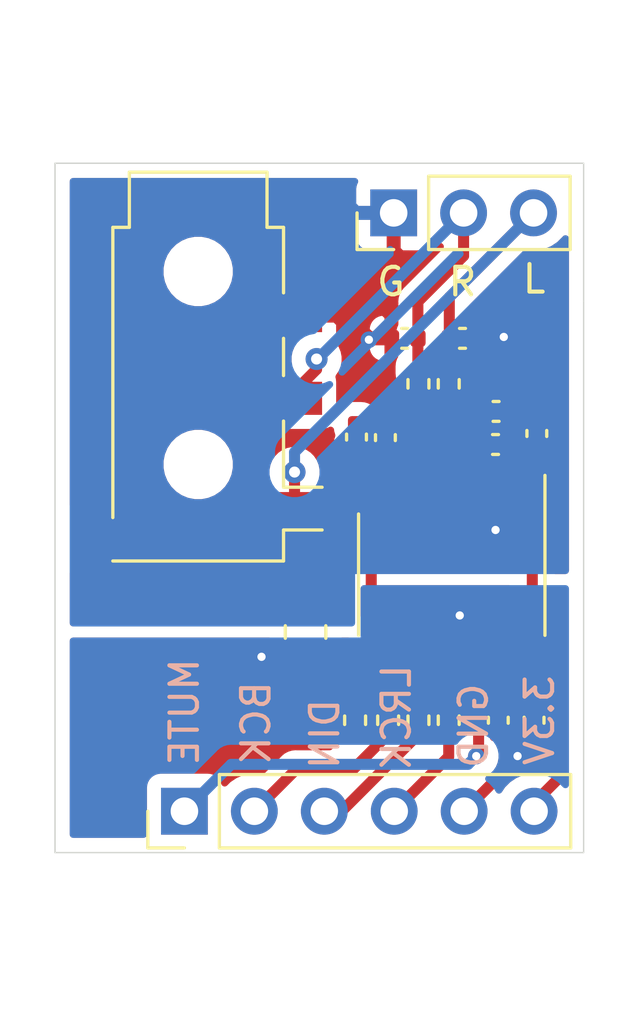
<source format=kicad_pcb>
(kicad_pcb (version 20171130) (host pcbnew "(5.1.8)-1")

  (general
    (thickness 1.6)
    (drawings 14)
    (tracks 101)
    (zones 0)
    (modules 20)
    (nets 20)
  )

  (page A4)
  (layers
    (0 F.Cu signal)
    (31 B.Cu signal)
    (32 B.Adhes user)
    (33 F.Adhes user)
    (34 B.Paste user)
    (35 F.Paste user)
    (36 B.SilkS user)
    (37 F.SilkS user)
    (38 B.Mask user)
    (39 F.Mask user)
    (40 Dwgs.User user)
    (41 Cmts.User user)
    (42 Eco1.User user)
    (43 Eco2.User user)
    (44 Edge.Cuts user)
    (45 Margin user)
    (46 B.CrtYd user)
    (47 F.CrtYd user)
    (48 B.Fab user)
    (49 F.Fab user)
  )

  (setup
    (last_trace_width 0.25)
    (user_trace_width 0.4)
    (trace_clearance 0.2)
    (zone_clearance 0.508)
    (zone_45_only no)
    (trace_min 0.2)
    (via_size 0.8)
    (via_drill 0.4)
    (via_min_size 0.4)
    (via_min_drill 0.3)
    (uvia_size 0.3)
    (uvia_drill 0.1)
    (uvias_allowed no)
    (uvia_min_size 0.2)
    (uvia_min_drill 0.1)
    (edge_width 0.05)
    (segment_width 0.2)
    (pcb_text_width 0.3)
    (pcb_text_size 1.5 1.5)
    (mod_edge_width 0.12)
    (mod_text_size 1 1)
    (mod_text_width 0.15)
    (pad_size 1.524 1.524)
    (pad_drill 0.762)
    (pad_to_mask_clearance 0)
    (aux_axis_origin 113.7 102.7)
    (grid_origin 113.7 102.7)
    (visible_elements 7FFFFFFF)
    (pcbplotparams
      (layerselection 0x010fc_ffffffff)
      (usegerberextensions false)
      (usegerberattributes true)
      (usegerberadvancedattributes true)
      (creategerberjobfile true)
      (excludeedgelayer true)
      (linewidth 0.100000)
      (plotframeref false)
      (viasonmask false)
      (mode 1)
      (useauxorigin false)
      (hpglpennumber 1)
      (hpglpenspeed 20)
      (hpglpendiameter 15.000000)
      (psnegative false)
      (psa4output false)
      (plotreference true)
      (plotvalue true)
      (plotinvisibletext false)
      (padsonsilk false)
      (subtractmaskfromsilk false)
      (outputformat 1)
      (mirror false)
      (drillshape 1)
      (scaleselection 1)
      (outputdirectory ""))
  )

  (net 0 "")
  (net 1 GNDA)
  (net 2 +3V3)
  (net 3 GND)
  (net 4 "Net-(C3-Pad2)")
  (net 5 "Net-(C4-Pad1)")
  (net 6 "Net-(C6-Pad1)")
  (net 7 "Net-(R1-Pad1)")
  (net 8 "Net-(R2-Pad2)")
  (net 9 "Net-(R3-Pad1)")
  (net 10 "Net-(R4-Pad2)")
  (net 11 "Net-(R5-Pad2)")
  (net 12 /LRCK)
  (net 13 /DIN)
  (net 14 /BCK)
  (net 15 /MUTE)
  (net 16 /OL)
  (net 17 /OR)
  (net 18 "Net-(C4-Pad2)")
  (net 19 "Net-(R7-Pad2)")

  (net_class Default "This is the default net class."
    (clearance 0.2)
    (trace_width 0.25)
    (via_dia 0.8)
    (via_drill 0.4)
    (uvia_dia 0.3)
    (uvia_drill 0.1)
    (add_net +3V3)
    (add_net /BCK)
    (add_net /DIN)
    (add_net /LRCK)
    (add_net /MUTE)
    (add_net /OL)
    (add_net /OR)
    (add_net GND)
    (add_net GNDA)
    (add_net "Net-(C3-Pad2)")
    (add_net "Net-(C4-Pad1)")
    (add_net "Net-(C4-Pad2)")
    (add_net "Net-(C6-Pad1)")
    (add_net "Net-(R1-Pad1)")
    (add_net "Net-(R2-Pad2)")
    (add_net "Net-(R3-Pad1)")
    (add_net "Net-(R4-Pad2)")
    (add_net "Net-(R5-Pad2)")
    (add_net "Net-(R7-Pad2)")
  )

  (module Connector_PinHeader_2.54mm:PinHeader_1x03_P2.54mm_Vertical (layer F.Cu) (tedit 59FED5CC) (tstamp 6179C86A)
    (at 126 79.5 90)
    (descr "Through hole straight pin header, 1x03, 2.54mm pitch, single row")
    (tags "Through hole pin header THT 1x03 2.54mm single row")
    (path /617CDA70)
    (fp_text reference J3 (at 0 -2.33 90) (layer F.SilkS) hide
      (effects (font (size 1 1) (thickness 0.15)))
    )
    (fp_text value Conn_01x03_Female (at 0 7.41 90) (layer F.Fab)
      (effects (font (size 1 1) (thickness 0.15)))
    )
    (fp_line (start 1.8 -1.8) (end -1.8 -1.8) (layer F.CrtYd) (width 0.05))
    (fp_line (start 1.8 6.85) (end 1.8 -1.8) (layer F.CrtYd) (width 0.05))
    (fp_line (start -1.8 6.85) (end 1.8 6.85) (layer F.CrtYd) (width 0.05))
    (fp_line (start -1.8 -1.8) (end -1.8 6.85) (layer F.CrtYd) (width 0.05))
    (fp_line (start -1.33 -1.33) (end 0 -1.33) (layer F.SilkS) (width 0.12))
    (fp_line (start -1.33 0) (end -1.33 -1.33) (layer F.SilkS) (width 0.12))
    (fp_line (start -1.33 1.27) (end 1.33 1.27) (layer F.SilkS) (width 0.12))
    (fp_line (start 1.33 1.27) (end 1.33 6.41) (layer F.SilkS) (width 0.12))
    (fp_line (start -1.33 1.27) (end -1.33 6.41) (layer F.SilkS) (width 0.12))
    (fp_line (start -1.33 6.41) (end 1.33 6.41) (layer F.SilkS) (width 0.12))
    (fp_line (start -1.27 -0.635) (end -0.635 -1.27) (layer F.Fab) (width 0.1))
    (fp_line (start -1.27 6.35) (end -1.27 -0.635) (layer F.Fab) (width 0.1))
    (fp_line (start 1.27 6.35) (end -1.27 6.35) (layer F.Fab) (width 0.1))
    (fp_line (start 1.27 -1.27) (end 1.27 6.35) (layer F.Fab) (width 0.1))
    (fp_line (start -0.635 -1.27) (end 1.27 -1.27) (layer F.Fab) (width 0.1))
    (fp_text user %R (at 0 2.54) (layer F.Fab)
      (effects (font (size 1 1) (thickness 0.15)))
    )
    (pad 3 thru_hole oval (at 0 5.08 90) (size 1.7 1.7) (drill 1) (layers *.Cu *.Mask)
      (net 16 /OL))
    (pad 2 thru_hole oval (at 0 2.54 90) (size 1.7 1.7) (drill 1) (layers *.Cu *.Mask)
      (net 17 /OR))
    (pad 1 thru_hole rect (at 0 0 90) (size 1.7 1.7) (drill 1) (layers *.Cu *.Mask)
      (net 1 GNDA))
    (model ${KISYS3DMOD}/Connector_PinHeader_2.54mm.3dshapes/PinHeader_1x03_P2.54mm_Vertical.wrl
      (at (xyz 0 0 0))
      (scale (xyz 1 1 1))
      (rotate (xyz 0 0 0))
    )
  )

  (module Connector_PinHeader_2.54mm:PinHeader_1x06_P2.54mm_Vertical (layer F.Cu) (tedit 59FED5CC) (tstamp 6179AA04)
    (at 118.4 101.2 90)
    (descr "Through hole straight pin header, 1x06, 2.54mm pitch, single row")
    (tags "Through hole pin header THT 1x06 2.54mm single row")
    (path /617B5032)
    (fp_text reference J2 (at 0 -2.33 90) (layer F.SilkS) hide
      (effects (font (size 1 1) (thickness 0.15)))
    )
    (fp_text value Conn_01x06_Female (at 0 15.03 90) (layer F.Fab)
      (effects (font (size 1 1) (thickness 0.15)))
    )
    (fp_line (start 1.8 -1.8) (end -1.8 -1.8) (layer F.CrtYd) (width 0.05))
    (fp_line (start 1.8 14.5) (end 1.8 -1.8) (layer F.CrtYd) (width 0.05))
    (fp_line (start -1.8 14.5) (end 1.8 14.5) (layer F.CrtYd) (width 0.05))
    (fp_line (start -1.8 -1.8) (end -1.8 14.5) (layer F.CrtYd) (width 0.05))
    (fp_line (start -1.33 -1.33) (end 0 -1.33) (layer F.SilkS) (width 0.12))
    (fp_line (start -1.33 0) (end -1.33 -1.33) (layer F.SilkS) (width 0.12))
    (fp_line (start -1.33 1.27) (end 1.33 1.27) (layer F.SilkS) (width 0.12))
    (fp_line (start 1.33 1.27) (end 1.33 14.03) (layer F.SilkS) (width 0.12))
    (fp_line (start -1.33 1.27) (end -1.33 14.03) (layer F.SilkS) (width 0.12))
    (fp_line (start -1.33 14.03) (end 1.33 14.03) (layer F.SilkS) (width 0.12))
    (fp_line (start -1.27 -0.635) (end -0.635 -1.27) (layer F.Fab) (width 0.1))
    (fp_line (start -1.27 13.97) (end -1.27 -0.635) (layer F.Fab) (width 0.1))
    (fp_line (start 1.27 13.97) (end -1.27 13.97) (layer F.Fab) (width 0.1))
    (fp_line (start 1.27 -1.27) (end 1.27 13.97) (layer F.Fab) (width 0.1))
    (fp_line (start -0.635 -1.27) (end 1.27 -1.27) (layer F.Fab) (width 0.1))
    (fp_text user %R (at 0 6.35) (layer F.Fab)
      (effects (font (size 1 1) (thickness 0.15)))
    )
    (pad 6 thru_hole oval (at 0 12.7 90) (size 1.7 1.7) (drill 1) (layers *.Cu *.Mask)
      (net 2 +3V3))
    (pad 5 thru_hole oval (at 0 10.16 90) (size 1.7 1.7) (drill 1) (layers *.Cu *.Mask)
      (net 3 GND))
    (pad 4 thru_hole oval (at 0 7.62 90) (size 1.7 1.7) (drill 1) (layers *.Cu *.Mask)
      (net 12 /LRCK))
    (pad 3 thru_hole oval (at 0 5.08 90) (size 1.7 1.7) (drill 1) (layers *.Cu *.Mask)
      (net 13 /DIN))
    (pad 2 thru_hole oval (at 0 2.54 90) (size 1.7 1.7) (drill 1) (layers *.Cu *.Mask)
      (net 14 /BCK))
    (pad 1 thru_hole rect (at 0 0 90) (size 1.7 1.7) (drill 1) (layers *.Cu *.Mask)
      (net 15 /MUTE))
    (model ${KISYS3DMOD}/Connector_PinHeader_2.54mm.3dshapes/PinHeader_1x06_P2.54mm_Vertical.wrl
      (at (xyz 0 0 0))
      (scale (xyz 1 1 1))
      (rotate (xyz 0 0 0))
    )
  )

  (module Resistor_SMD:R_0402_1005Metric (layer F.Cu) (tedit 5F68FEEE) (tstamp 618B8AFB)
    (at 124.6 97.9 90)
    (descr "Resistor SMD 0402 (1005 Metric), square (rectangular) end terminal, IPC_7351 nominal, (Body size source: IPC-SM-782 page 72, https://www.pcb-3d.com/wordpress/wp-content/uploads/ipc-sm-782a_amendment_1_and_2.pdf), generated with kicad-footprint-generator")
    (tags resistor)
    (path /618B9A9B)
    (attr smd)
    (fp_text reference R7 (at 0 -1.17 90) (layer F.SilkS) hide
      (effects (font (size 1 1) (thickness 0.15)))
    )
    (fp_text value 470 (at 0 1.17 90) (layer F.Fab)
      (effects (font (size 1 1) (thickness 0.15)))
    )
    (fp_line (start 0.93 0.47) (end -0.93 0.47) (layer F.CrtYd) (width 0.05))
    (fp_line (start 0.93 -0.47) (end 0.93 0.47) (layer F.CrtYd) (width 0.05))
    (fp_line (start -0.93 -0.47) (end 0.93 -0.47) (layer F.CrtYd) (width 0.05))
    (fp_line (start -0.93 0.47) (end -0.93 -0.47) (layer F.CrtYd) (width 0.05))
    (fp_line (start -0.153641 0.38) (end 0.153641 0.38) (layer F.SilkS) (width 0.12))
    (fp_line (start -0.153641 -0.38) (end 0.153641 -0.38) (layer F.SilkS) (width 0.12))
    (fp_line (start 0.525 0.27) (end -0.525 0.27) (layer F.Fab) (width 0.1))
    (fp_line (start 0.525 -0.27) (end 0.525 0.27) (layer F.Fab) (width 0.1))
    (fp_line (start -0.525 -0.27) (end 0.525 -0.27) (layer F.Fab) (width 0.1))
    (fp_line (start -0.525 0.27) (end -0.525 -0.27) (layer F.Fab) (width 0.1))
    (fp_text user %R (at 0 0 90) (layer F.Fab)
      (effects (font (size 0.26 0.26) (thickness 0.04)))
    )
    (pad 2 smd roundrect (at 0.51 0 90) (size 0.54 0.64) (layers F.Cu F.Paste F.Mask) (roundrect_rratio 0.25)
      (net 19 "Net-(R7-Pad2)"))
    (pad 1 smd roundrect (at -0.51 0 90) (size 0.54 0.64) (layers F.Cu F.Paste F.Mask) (roundrect_rratio 0.25)
      (net 3 GND))
    (model ${KISYS3DMOD}/Resistor_SMD.3dshapes/R_0402_1005Metric.wrl
      (at (xyz 0 0 0))
      (scale (xyz 1 1 1))
      (rotate (xyz 0 0 0))
    )
  )

  (module Resistor_SMD:R_0805_2012Metric (layer F.Cu) (tedit 5F68FEEE) (tstamp 61777191)
    (at 122.8 94.7 90)
    (descr "Resistor SMD 0805 (2012 Metric), square (rectangular) end terminal, IPC_7351 nominal, (Body size source: IPC-SM-782 page 72, https://www.pcb-3d.com/wordpress/wp-content/uploads/ipc-sm-782a_amendment_1_and_2.pdf), generated with kicad-footprint-generator")
    (tags resistor)
    (path /61793730)
    (attr smd)
    (fp_text reference R6 (at 0 -1.65 90) (layer F.SilkS) hide
      (effects (font (size 1 1) (thickness 0.15)))
    )
    (fp_text value 0 (at 0 1.65 90) (layer F.Fab)
      (effects (font (size 1 1) (thickness 0.15)))
    )
    (fp_line (start 1.68 0.95) (end -1.68 0.95) (layer F.CrtYd) (width 0.05))
    (fp_line (start 1.68 -0.95) (end 1.68 0.95) (layer F.CrtYd) (width 0.05))
    (fp_line (start -1.68 -0.95) (end 1.68 -0.95) (layer F.CrtYd) (width 0.05))
    (fp_line (start -1.68 0.95) (end -1.68 -0.95) (layer F.CrtYd) (width 0.05))
    (fp_line (start -0.227064 0.735) (end 0.227064 0.735) (layer F.SilkS) (width 0.12))
    (fp_line (start -0.227064 -0.735) (end 0.227064 -0.735) (layer F.SilkS) (width 0.12))
    (fp_line (start 1 0.625) (end -1 0.625) (layer F.Fab) (width 0.1))
    (fp_line (start 1 -0.625) (end 1 0.625) (layer F.Fab) (width 0.1))
    (fp_line (start -1 -0.625) (end 1 -0.625) (layer F.Fab) (width 0.1))
    (fp_line (start -1 0.625) (end -1 -0.625) (layer F.Fab) (width 0.1))
    (fp_text user %R (at 0 0 90) (layer F.Fab)
      (effects (font (size 0.5 0.5) (thickness 0.08)))
    )
    (pad 2 smd roundrect (at 0.9125 0 90) (size 1.025 1.4) (layers F.Cu F.Paste F.Mask) (roundrect_rratio 0.2439004878048781)
      (net 1 GNDA))
    (pad 1 smd roundrect (at -0.9125 0 90) (size 1.025 1.4) (layers F.Cu F.Paste F.Mask) (roundrect_rratio 0.2439004878048781)
      (net 3 GND))
    (model ${KISYS3DMOD}/Resistor_SMD.3dshapes/R_0805_2012Metric.wrl
      (at (xyz 0 0 0))
      (scale (xyz 1 1 1))
      (rotate (xyz 0 0 0))
    )
  )

  (module Connector_Audio:Jack_3.5mm_PJ320D_Horizontal (layer F.Cu) (tedit 5C06A514) (tstamp 6179A05D)
    (at 118.9 86.4 270)
    (descr "Headphones with microphone connector, 3.5mm, 4 pins (http://www.qingpu-electronics.com/en/products/WQP-PJ320D-72.html)")
    (tags "3.5mm jack mic microphone phones headphones 4pins audio plug")
    (path /617A35B9)
    (attr smd)
    (fp_text reference J1 (at 0.05 -5.35 90) (layer F.SilkS) hide
      (effects (font (size 1 1) (thickness 0.15)))
    )
    (fp_text value AudioJack4 (at -0.025 6.35 90) (layer F.Fab)
      (effects (font (size 1 1) (thickness 0.15)))
    )
    (fp_line (start 3.05 -3.1) (end 3.05 -4.5) (layer F.SilkS) (width 0.12))
    (fp_line (start 4.6 -3.1) (end 4.6 -4.5) (layer F.SilkS) (width 0.12))
    (fp_line (start 5.575 2.9) (end -6.225 2.9) (layer F.Fab) (width 0.1))
    (fp_line (start -6.225 2.9) (end -6.225 2.3) (layer F.Fab) (width 0.1))
    (fp_line (start -6.225 2.3) (end -8.225 2.3) (layer F.Fab) (width 0.1))
    (fp_line (start -8.225 2.3) (end -8.225 -2.3) (layer F.Fab) (width 0.1))
    (fp_line (start -8.225 -2.3) (end -6.225 -2.3) (layer F.Fab) (width 0.1))
    (fp_line (start -6.225 -2.3) (end -6.225 -2.9) (layer F.Fab) (width 0.1))
    (fp_line (start -6.225 -2.9) (end 5.575 -2.9) (layer F.Fab) (width 0.1))
    (fp_line (start 5.575 -2.9) (end 5.575 2.9) (layer F.Fab) (width 0.1))
    (fp_line (start 4.15 3.1) (end -6.375 3.1) (layer F.SilkS) (width 0.12))
    (fp_line (start 4.6 -3.1) (end 5.725 -3.1) (layer F.SilkS) (width 0.12))
    (fp_line (start 0.65 -3.1) (end 3.05 -3.1) (layer F.SilkS) (width 0.12))
    (fp_line (start -2.35 -3.1) (end -1 -3.1) (layer F.SilkS) (width 0.12))
    (fp_line (start -6.375 -3.1) (end -4 -3.1) (layer F.SilkS) (width 0.12))
    (fp_line (start 6.07 5) (end 6.07 -5) (layer F.CrtYd) (width 0.05))
    (fp_line (start -8.73 5) (end -8.73 -5) (layer F.CrtYd) (width 0.05))
    (fp_line (start 5.725 3.1) (end 5.725 -3.1) (layer F.SilkS) (width 0.12))
    (fp_line (start -8.73 5) (end 6.07 5) (layer F.CrtYd) (width 0.05))
    (fp_line (start -8.73 -5) (end 6.07 -5) (layer F.CrtYd) (width 0.05))
    (fp_line (start -6.375 -3.1) (end -6.375 -2.5) (layer F.SilkS) (width 0.12))
    (fp_line (start -6.375 2.5) (end -6.375 3.1) (layer F.SilkS) (width 0.12))
    (fp_line (start -8.375 -2.5) (end -8.375 2.5) (layer F.SilkS) (width 0.12))
    (fp_line (start -6.375 -2.5) (end -8.375 -2.5) (layer F.SilkS) (width 0.12))
    (fp_line (start -6.375 2.5) (end -8.375 2.5) (layer F.SilkS) (width 0.12))
    (fp_circle (center 3.9 -2.35) (end 3.95 -2.1) (layer F.Fab) (width 0.12))
    (fp_text user %R (at -1.195 0 90) (layer F.Fab)
      (effects (font (size 1 1) (thickness 0.15)))
    )
    (pad "" np_thru_hole circle (at 2.225 0 270) (size 1.5 1.5) (drill 1.5) (layers *.Cu *.Mask))
    (pad "" np_thru_hole circle (at -4.775 0 270) (size 1.5 1.5) (drill 1.5) (layers *.Cu *.Mask))
    (pad R2 smd rect (at -3.175 -3.25 270) (size 1.2 2.5) (layers F.Cu F.Paste F.Mask)
      (net 1 GNDA))
    (pad R1 smd rect (at -0.175 -3.25 270) (size 1.2 2.5) (layers F.Cu F.Paste F.Mask)
      (net 17 /OR))
    (pad T smd rect (at 3.825 -3.25 270) (size 1.2 2.5) (layers F.Cu F.Paste F.Mask)
      (net 16 /OL))
    (pad S smd rect (at 4.925 3.25 270) (size 1.2 2.5) (layers F.Cu F.Paste F.Mask))
    (model ${KISYS3DMOD}/Connector_Audio.3dshapes/Jack_3.5mm_PJ320D_Horizontal.wrl
      (at (xyz 0 0 0))
      (scale (xyz 1 1 1))
      (rotate (xyz 0 0 0))
    )
  )

  (module Package_SO:TSSOP-20_4.4x6.5mm_P0.65mm (layer F.Cu) (tedit 5E476F32) (tstamp 617771B7)
    (at 128.11 92.62 270)
    (descr "TSSOP, 20 Pin (JEDEC MO-153 Var AC https://www.jedec.org/document_search?search_api_views_fulltext=MO-153), generated with kicad-footprint-generator ipc_gullwing_generator.py")
    (tags "TSSOP SO")
    (path /6177B949)
    (attr smd)
    (fp_text reference U1 (at 0 -4.2 90) (layer F.SilkS) hide
      (effects (font (size 1 1) (thickness 0.15)))
    )
    (fp_text value pcm5102a (at 0 4.2 90) (layer F.Fab)
      (effects (font (size 1 1) (thickness 0.15)))
    )
    (fp_line (start 0 3.385) (end 2.2 3.385) (layer F.SilkS) (width 0.12))
    (fp_line (start 0 3.385) (end -2.2 3.385) (layer F.SilkS) (width 0.12))
    (fp_line (start 0 -3.385) (end 2.2 -3.385) (layer F.SilkS) (width 0.12))
    (fp_line (start 0 -3.385) (end -3.6 -3.385) (layer F.SilkS) (width 0.12))
    (fp_line (start -1.2 -3.25) (end 2.2 -3.25) (layer F.Fab) (width 0.1))
    (fp_line (start 2.2 -3.25) (end 2.2 3.25) (layer F.Fab) (width 0.1))
    (fp_line (start 2.2 3.25) (end -2.2 3.25) (layer F.Fab) (width 0.1))
    (fp_line (start -2.2 3.25) (end -2.2 -2.25) (layer F.Fab) (width 0.1))
    (fp_line (start -2.2 -2.25) (end -1.2 -3.25) (layer F.Fab) (width 0.1))
    (fp_line (start -3.85 -3.5) (end -3.85 3.5) (layer F.CrtYd) (width 0.05))
    (fp_line (start -3.85 3.5) (end 3.85 3.5) (layer F.CrtYd) (width 0.05))
    (fp_line (start 3.85 3.5) (end 3.85 -3.5) (layer F.CrtYd) (width 0.05))
    (fp_line (start 3.85 -3.5) (end -3.85 -3.5) (layer F.CrtYd) (width 0.05))
    (fp_text user %R (at 0 0 90) (layer F.Fab)
      (effects (font (size 1 1) (thickness 0.15)))
    )
    (pad 20 smd roundrect (at 2.8625 -2.925 270) (size 1.475 0.4) (layers F.Cu F.Paste F.Mask) (roundrect_rratio 0.25)
      (net 2 +3V3))
    (pad 19 smd roundrect (at 2.8625 -2.275 270) (size 1.475 0.4) (layers F.Cu F.Paste F.Mask) (roundrect_rratio 0.25)
      (net 3 GND))
    (pad 18 smd roundrect (at 2.8625 -1.625 270) (size 1.475 0.4) (layers F.Cu F.Paste F.Mask) (roundrect_rratio 0.25)
      (net 4 "Net-(C3-Pad2)"))
    (pad 17 smd roundrect (at 2.8625 -0.975 270) (size 1.475 0.4) (layers F.Cu F.Paste F.Mask) (roundrect_rratio 0.25)
      (net 15 /MUTE))
    (pad 16 smd roundrect (at 2.8625 -0.325 270) (size 1.475 0.4) (layers F.Cu F.Paste F.Mask) (roundrect_rratio 0.25)
      (net 3 GND))
    (pad 15 smd roundrect (at 2.8625 0.325 270) (size 1.475 0.4) (layers F.Cu F.Paste F.Mask) (roundrect_rratio 0.25)
      (net 8 "Net-(R2-Pad2)"))
    (pad 14 smd roundrect (at 2.8625 0.975 270) (size 1.475 0.4) (layers F.Cu F.Paste F.Mask) (roundrect_rratio 0.25)
      (net 10 "Net-(R4-Pad2)"))
    (pad 13 smd roundrect (at 2.8625 1.625 270) (size 1.475 0.4) (layers F.Cu F.Paste F.Mask) (roundrect_rratio 0.25)
      (net 11 "Net-(R5-Pad2)"))
    (pad 12 smd roundrect (at 2.8625 2.275 270) (size 1.475 0.4) (layers F.Cu F.Paste F.Mask) (roundrect_rratio 0.25)
      (net 19 "Net-(R7-Pad2)"))
    (pad 11 smd roundrect (at 2.8625 2.925 270) (size 1.475 0.4) (layers F.Cu F.Paste F.Mask) (roundrect_rratio 0.25)
      (net 3 GND))
    (pad 10 smd roundrect (at -2.8625 2.925 270) (size 1.475 0.4) (layers F.Cu F.Paste F.Mask) (roundrect_rratio 0.25)
      (net 3 GND))
    (pad 9 smd roundrect (at -2.8625 2.275 270) (size 1.475 0.4) (layers F.Cu F.Paste F.Mask) (roundrect_rratio 0.25)
      (net 1 GNDA))
    (pad 8 smd roundrect (at -2.8625 1.625 270) (size 1.475 0.4) (layers F.Cu F.Paste F.Mask) (roundrect_rratio 0.25)
      (net 2 +3V3))
    (pad 7 smd roundrect (at -2.8625 0.975 270) (size 1.475 0.4) (layers F.Cu F.Paste F.Mask) (roundrect_rratio 0.25)
      (net 9 "Net-(R3-Pad1)"))
    (pad 6 smd roundrect (at -2.8625 0.325 270) (size 1.475 0.4) (layers F.Cu F.Paste F.Mask) (roundrect_rratio 0.25)
      (net 7 "Net-(R1-Pad1)"))
    (pad 5 smd roundrect (at -2.8625 -0.325 270) (size 1.475 0.4) (layers F.Cu F.Paste F.Mask) (roundrect_rratio 0.25)
      (net 6 "Net-(C6-Pad1)"))
    (pad 4 smd roundrect (at -2.8625 -0.975 270) (size 1.475 0.4) (layers F.Cu F.Paste F.Mask) (roundrect_rratio 0.25)
      (net 5 "Net-(C4-Pad1)"))
    (pad 3 smd roundrect (at -2.8625 -1.625 270) (size 1.475 0.4) (layers F.Cu F.Paste F.Mask) (roundrect_rratio 0.25)
      (net 1 GNDA))
    (pad 2 smd roundrect (at -2.8625 -2.275 270) (size 1.475 0.4) (layers F.Cu F.Paste F.Mask) (roundrect_rratio 0.25)
      (net 18 "Net-(C4-Pad2)"))
    (pad 1 smd roundrect (at -2.8625 -2.925 270) (size 1.475 0.4) (layers F.Cu F.Paste F.Mask) (roundrect_rratio 0.25)
      (net 2 +3V3))
    (model ${KISYS3DMOD}/Package_SO.3dshapes/TSSOP-20_4.4x6.5mm_P0.65mm.wrl
      (at (xyz 0 0 0))
      (scale (xyz 1 1 1))
      (rotate (xyz 0 0 0))
    )
  )

  (module Resistor_SMD:R_0402_1005Metric (layer F.Cu) (tedit 5F68FEEE) (tstamp 61777180)
    (at 125.8 97.9 90)
    (descr "Resistor SMD 0402 (1005 Metric), square (rectangular) end terminal, IPC_7351 nominal, (Body size source: IPC-SM-782 page 72, https://www.pcb-3d.com/wordpress/wp-content/uploads/ipc-sm-782a_amendment_1_and_2.pdf), generated with kicad-footprint-generator")
    (tags resistor)
    (path /6178EACD)
    (attr smd)
    (fp_text reference R5 (at 0 -1.17 90) (layer F.SilkS) hide
      (effects (font (size 1 1) (thickness 0.15)))
    )
    (fp_text value 470 (at 0 1.17 90) (layer F.Fab)
      (effects (font (size 1 1) (thickness 0.15)))
    )
    (fp_line (start -0.525 0.27) (end -0.525 -0.27) (layer F.Fab) (width 0.1))
    (fp_line (start -0.525 -0.27) (end 0.525 -0.27) (layer F.Fab) (width 0.1))
    (fp_line (start 0.525 -0.27) (end 0.525 0.27) (layer F.Fab) (width 0.1))
    (fp_line (start 0.525 0.27) (end -0.525 0.27) (layer F.Fab) (width 0.1))
    (fp_line (start -0.153641 -0.38) (end 0.153641 -0.38) (layer F.SilkS) (width 0.12))
    (fp_line (start -0.153641 0.38) (end 0.153641 0.38) (layer F.SilkS) (width 0.12))
    (fp_line (start -0.93 0.47) (end -0.93 -0.47) (layer F.CrtYd) (width 0.05))
    (fp_line (start -0.93 -0.47) (end 0.93 -0.47) (layer F.CrtYd) (width 0.05))
    (fp_line (start 0.93 -0.47) (end 0.93 0.47) (layer F.CrtYd) (width 0.05))
    (fp_line (start 0.93 0.47) (end -0.93 0.47) (layer F.CrtYd) (width 0.05))
    (fp_text user %R (at 0 0 90) (layer F.Fab)
      (effects (font (size 0.26 0.26) (thickness 0.04)))
    )
    (pad 2 smd roundrect (at 0.51 0 90) (size 0.54 0.64) (layers F.Cu F.Paste F.Mask) (roundrect_rratio 0.25)
      (net 11 "Net-(R5-Pad2)"))
    (pad 1 smd roundrect (at -0.51 0 90) (size 0.54 0.64) (layers F.Cu F.Paste F.Mask) (roundrect_rratio 0.25)
      (net 14 /BCK))
    (model ${KISYS3DMOD}/Resistor_SMD.3dshapes/R_0402_1005Metric.wrl
      (at (xyz 0 0 0))
      (scale (xyz 1 1 1))
      (rotate (xyz 0 0 0))
    )
  )

  (module Resistor_SMD:R_0402_1005Metric (layer F.Cu) (tedit 5F68FEEE) (tstamp 6177716F)
    (at 126.9 97.9 90)
    (descr "Resistor SMD 0402 (1005 Metric), square (rectangular) end terminal, IPC_7351 nominal, (Body size source: IPC-SM-782 page 72, https://www.pcb-3d.com/wordpress/wp-content/uploads/ipc-sm-782a_amendment_1_and_2.pdf), generated with kicad-footprint-generator")
    (tags resistor)
    (path /6178F684)
    (attr smd)
    (fp_text reference R4 (at 0 -1.17 90) (layer F.SilkS) hide
      (effects (font (size 1 1) (thickness 0.15)))
    )
    (fp_text value 470 (at 0 1.17 90) (layer F.Fab)
      (effects (font (size 1 1) (thickness 0.15)))
    )
    (fp_line (start -0.525 0.27) (end -0.525 -0.27) (layer F.Fab) (width 0.1))
    (fp_line (start -0.525 -0.27) (end 0.525 -0.27) (layer F.Fab) (width 0.1))
    (fp_line (start 0.525 -0.27) (end 0.525 0.27) (layer F.Fab) (width 0.1))
    (fp_line (start 0.525 0.27) (end -0.525 0.27) (layer F.Fab) (width 0.1))
    (fp_line (start -0.153641 -0.38) (end 0.153641 -0.38) (layer F.SilkS) (width 0.12))
    (fp_line (start -0.153641 0.38) (end 0.153641 0.38) (layer F.SilkS) (width 0.12))
    (fp_line (start -0.93 0.47) (end -0.93 -0.47) (layer F.CrtYd) (width 0.05))
    (fp_line (start -0.93 -0.47) (end 0.93 -0.47) (layer F.CrtYd) (width 0.05))
    (fp_line (start 0.93 -0.47) (end 0.93 0.47) (layer F.CrtYd) (width 0.05))
    (fp_line (start 0.93 0.47) (end -0.93 0.47) (layer F.CrtYd) (width 0.05))
    (fp_text user %R (at 0 0 90) (layer F.Fab)
      (effects (font (size 0.26 0.26) (thickness 0.04)))
    )
    (pad 2 smd roundrect (at 0.51 0 90) (size 0.54 0.64) (layers F.Cu F.Paste F.Mask) (roundrect_rratio 0.25)
      (net 10 "Net-(R4-Pad2)"))
    (pad 1 smd roundrect (at -0.51 0 90) (size 0.54 0.64) (layers F.Cu F.Paste F.Mask) (roundrect_rratio 0.25)
      (net 13 /DIN))
    (model ${KISYS3DMOD}/Resistor_SMD.3dshapes/R_0402_1005Metric.wrl
      (at (xyz 0 0 0))
      (scale (xyz 1 1 1))
      (rotate (xyz 0 0 0))
    )
  )

  (module Resistor_SMD:R_0402_1005Metric (layer F.Cu) (tedit 5F68FEEE) (tstamp 6177715E)
    (at 126.9 85.7 90)
    (descr "Resistor SMD 0402 (1005 Metric), square (rectangular) end terminal, IPC_7351 nominal, (Body size source: IPC-SM-782 page 72, https://www.pcb-3d.com/wordpress/wp-content/uploads/ipc-sm-782a_amendment_1_and_2.pdf), generated with kicad-footprint-generator")
    (tags resistor)
    (path /61780E68)
    (attr smd)
    (fp_text reference R3 (at 0 -1.17 90) (layer F.SilkS) hide
      (effects (font (size 1 1) (thickness 0.15)))
    )
    (fp_text value 470 (at 0 1.17 90) (layer F.Fab)
      (effects (font (size 1 1) (thickness 0.15)))
    )
    (fp_line (start -0.525 0.27) (end -0.525 -0.27) (layer F.Fab) (width 0.1))
    (fp_line (start -0.525 -0.27) (end 0.525 -0.27) (layer F.Fab) (width 0.1))
    (fp_line (start 0.525 -0.27) (end 0.525 0.27) (layer F.Fab) (width 0.1))
    (fp_line (start 0.525 0.27) (end -0.525 0.27) (layer F.Fab) (width 0.1))
    (fp_line (start -0.153641 -0.38) (end 0.153641 -0.38) (layer F.SilkS) (width 0.12))
    (fp_line (start -0.153641 0.38) (end 0.153641 0.38) (layer F.SilkS) (width 0.12))
    (fp_line (start -0.93 0.47) (end -0.93 -0.47) (layer F.CrtYd) (width 0.05))
    (fp_line (start -0.93 -0.47) (end 0.93 -0.47) (layer F.CrtYd) (width 0.05))
    (fp_line (start 0.93 -0.47) (end 0.93 0.47) (layer F.CrtYd) (width 0.05))
    (fp_line (start 0.93 0.47) (end -0.93 0.47) (layer F.CrtYd) (width 0.05))
    (fp_text user %R (at 0 0 90) (layer F.Fab)
      (effects (font (size 0.26 0.26) (thickness 0.04)))
    )
    (pad 2 smd roundrect (at 0.51 0 90) (size 0.54 0.64) (layers F.Cu F.Paste F.Mask) (roundrect_rratio 0.25)
      (net 17 /OR))
    (pad 1 smd roundrect (at -0.51 0 90) (size 0.54 0.64) (layers F.Cu F.Paste F.Mask) (roundrect_rratio 0.25)
      (net 9 "Net-(R3-Pad1)"))
    (model ${KISYS3DMOD}/Resistor_SMD.3dshapes/R_0402_1005Metric.wrl
      (at (xyz 0 0 0))
      (scale (xyz 1 1 1))
      (rotate (xyz 0 0 0))
    )
  )

  (module Resistor_SMD:R_0402_1005Metric (layer F.Cu) (tedit 5F68FEEE) (tstamp 6177714D)
    (at 128 97.9 90)
    (descr "Resistor SMD 0402 (1005 Metric), square (rectangular) end terminal, IPC_7351 nominal, (Body size source: IPC-SM-782 page 72, https://www.pcb-3d.com/wordpress/wp-content/uploads/ipc-sm-782a_amendment_1_and_2.pdf), generated with kicad-footprint-generator")
    (tags resistor)
    (path /61790027)
    (attr smd)
    (fp_text reference R2 (at 0 -1.17 90) (layer F.SilkS) hide
      (effects (font (size 1 1) (thickness 0.15)))
    )
    (fp_text value 470 (at 0 1.17 90) (layer F.Fab)
      (effects (font (size 1 1) (thickness 0.15)))
    )
    (fp_line (start -0.525 0.27) (end -0.525 -0.27) (layer F.Fab) (width 0.1))
    (fp_line (start -0.525 -0.27) (end 0.525 -0.27) (layer F.Fab) (width 0.1))
    (fp_line (start 0.525 -0.27) (end 0.525 0.27) (layer F.Fab) (width 0.1))
    (fp_line (start 0.525 0.27) (end -0.525 0.27) (layer F.Fab) (width 0.1))
    (fp_line (start -0.153641 -0.38) (end 0.153641 -0.38) (layer F.SilkS) (width 0.12))
    (fp_line (start -0.153641 0.38) (end 0.153641 0.38) (layer F.SilkS) (width 0.12))
    (fp_line (start -0.93 0.47) (end -0.93 -0.47) (layer F.CrtYd) (width 0.05))
    (fp_line (start -0.93 -0.47) (end 0.93 -0.47) (layer F.CrtYd) (width 0.05))
    (fp_line (start 0.93 -0.47) (end 0.93 0.47) (layer F.CrtYd) (width 0.05))
    (fp_line (start 0.93 0.47) (end -0.93 0.47) (layer F.CrtYd) (width 0.05))
    (fp_text user %R (at 0 0 90) (layer F.Fab)
      (effects (font (size 0.26 0.26) (thickness 0.04)))
    )
    (pad 2 smd roundrect (at 0.51 0 90) (size 0.54 0.64) (layers F.Cu F.Paste F.Mask) (roundrect_rratio 0.25)
      (net 8 "Net-(R2-Pad2)"))
    (pad 1 smd roundrect (at -0.51 0 90) (size 0.54 0.64) (layers F.Cu F.Paste F.Mask) (roundrect_rratio 0.25)
      (net 12 /LRCK))
    (model ${KISYS3DMOD}/Resistor_SMD.3dshapes/R_0402_1005Metric.wrl
      (at (xyz 0 0 0))
      (scale (xyz 1 1 1))
      (rotate (xyz 0 0 0))
    )
  )

  (module Resistor_SMD:R_0402_1005Metric (layer F.Cu) (tedit 5F68FEEE) (tstamp 6177713C)
    (at 128 85.7 90)
    (descr "Resistor SMD 0402 (1005 Metric), square (rectangular) end terminal, IPC_7351 nominal, (Body size source: IPC-SM-782 page 72, https://www.pcb-3d.com/wordpress/wp-content/uploads/ipc-sm-782a_amendment_1_and_2.pdf), generated with kicad-footprint-generator")
    (tags resistor)
    (path /6178037C)
    (attr smd)
    (fp_text reference R1 (at 0 -1.17 90) (layer F.SilkS) hide
      (effects (font (size 1 1) (thickness 0.15)))
    )
    (fp_text value 470 (at 0 1.17 90) (layer F.Fab)
      (effects (font (size 1 1) (thickness 0.15)))
    )
    (fp_line (start -0.525 0.27) (end -0.525 -0.27) (layer F.Fab) (width 0.1))
    (fp_line (start -0.525 -0.27) (end 0.525 -0.27) (layer F.Fab) (width 0.1))
    (fp_line (start 0.525 -0.27) (end 0.525 0.27) (layer F.Fab) (width 0.1))
    (fp_line (start 0.525 0.27) (end -0.525 0.27) (layer F.Fab) (width 0.1))
    (fp_line (start -0.153641 -0.38) (end 0.153641 -0.38) (layer F.SilkS) (width 0.12))
    (fp_line (start -0.153641 0.38) (end 0.153641 0.38) (layer F.SilkS) (width 0.12))
    (fp_line (start -0.93 0.47) (end -0.93 -0.47) (layer F.CrtYd) (width 0.05))
    (fp_line (start -0.93 -0.47) (end 0.93 -0.47) (layer F.CrtYd) (width 0.05))
    (fp_line (start 0.93 -0.47) (end 0.93 0.47) (layer F.CrtYd) (width 0.05))
    (fp_line (start 0.93 0.47) (end -0.93 0.47) (layer F.CrtYd) (width 0.05))
    (fp_text user %R (at 0 0 90) (layer F.Fab)
      (effects (font (size 0.26 0.26) (thickness 0.04)))
    )
    (pad 2 smd roundrect (at 0.51 0 90) (size 0.54 0.64) (layers F.Cu F.Paste F.Mask) (roundrect_rratio 0.25)
      (net 16 /OL))
    (pad 1 smd roundrect (at -0.51 0 90) (size 0.54 0.64) (layers F.Cu F.Paste F.Mask) (roundrect_rratio 0.25)
      (net 7 "Net-(R1-Pad1)"))
    (model ${KISYS3DMOD}/Resistor_SMD.3dshapes/R_0402_1005Metric.wrl
      (at (xyz 0 0 0))
      (scale (xyz 1 1 1))
      (rotate (xyz 0 0 0))
    )
  )

  (module Capacitor_SMD:C_0402_1005Metric (layer F.Cu) (tedit 5F68FEEE) (tstamp 6177712B)
    (at 124.65 87.63 90)
    (descr "Capacitor SMD 0402 (1005 Metric), square (rectangular) end terminal, IPC_7351 nominal, (Body size source: IPC-SM-782 page 76, https://www.pcb-3d.com/wordpress/wp-content/uploads/ipc-sm-782a_amendment_1_and_2.pdf), generated with kicad-footprint-generator")
    (tags capacitor)
    (path /61784CAA)
    (attr smd)
    (fp_text reference C9 (at 0 -1.16 90) (layer F.SilkS) hide
      (effects (font (size 1 1) (thickness 0.15)))
    )
    (fp_text value 10uf (at 0 1.16 90) (layer F.Fab)
      (effects (font (size 1 1) (thickness 0.15)))
    )
    (fp_line (start -0.5 0.25) (end -0.5 -0.25) (layer F.Fab) (width 0.1))
    (fp_line (start -0.5 -0.25) (end 0.5 -0.25) (layer F.Fab) (width 0.1))
    (fp_line (start 0.5 -0.25) (end 0.5 0.25) (layer F.Fab) (width 0.1))
    (fp_line (start 0.5 0.25) (end -0.5 0.25) (layer F.Fab) (width 0.1))
    (fp_line (start -0.107836 -0.36) (end 0.107836 -0.36) (layer F.SilkS) (width 0.12))
    (fp_line (start -0.107836 0.36) (end 0.107836 0.36) (layer F.SilkS) (width 0.12))
    (fp_line (start -0.91 0.46) (end -0.91 -0.46) (layer F.CrtYd) (width 0.05))
    (fp_line (start -0.91 -0.46) (end 0.91 -0.46) (layer F.CrtYd) (width 0.05))
    (fp_line (start 0.91 -0.46) (end 0.91 0.46) (layer F.CrtYd) (width 0.05))
    (fp_line (start 0.91 0.46) (end -0.91 0.46) (layer F.CrtYd) (width 0.05))
    (fp_text user %R (at 0 0 90) (layer F.Fab)
      (effects (font (size 0.25 0.25) (thickness 0.04)))
    )
    (pad 2 smd roundrect (at 0.48 0 90) (size 0.56 0.62) (layers F.Cu F.Paste F.Mask) (roundrect_rratio 0.25)
      (net 2 +3V3))
    (pad 1 smd roundrect (at -0.48 0 90) (size 0.56 0.62) (layers F.Cu F.Paste F.Mask) (roundrect_rratio 0.25)
      (net 1 GNDA))
    (model ${KISYS3DMOD}/Capacitor_SMD.3dshapes/C_0402_1005Metric.wrl
      (at (xyz 0 0 0))
      (scale (xyz 1 1 1))
      (rotate (xyz 0 0 0))
    )
  )

  (module Capacitor_SMD:C_0402_1005Metric (layer F.Cu) (tedit 5F68FEEE) (tstamp 6177711A)
    (at 125.7 87.65 90)
    (descr "Capacitor SMD 0402 (1005 Metric), square (rectangular) end terminal, IPC_7351 nominal, (Body size source: IPC-SM-782 page 76, https://www.pcb-3d.com/wordpress/wp-content/uploads/ipc-sm-782a_amendment_1_and_2.pdf), generated with kicad-footprint-generator")
    (tags capacitor)
    (path /617840A1)
    (attr smd)
    (fp_text reference C8 (at 0.4 -0.7 90) (layer F.SilkS) hide
      (effects (font (size 1 1) (thickness 0.15)))
    )
    (fp_text value 0.1uf (at 0 1.16 90) (layer F.Fab)
      (effects (font (size 1 1) (thickness 0.15)))
    )
    (fp_line (start -0.5 0.25) (end -0.5 -0.25) (layer F.Fab) (width 0.1))
    (fp_line (start -0.5 -0.25) (end 0.5 -0.25) (layer F.Fab) (width 0.1))
    (fp_line (start 0.5 -0.25) (end 0.5 0.25) (layer F.Fab) (width 0.1))
    (fp_line (start 0.5 0.25) (end -0.5 0.25) (layer F.Fab) (width 0.1))
    (fp_line (start -0.107836 -0.36) (end 0.107836 -0.36) (layer F.SilkS) (width 0.12))
    (fp_line (start -0.107836 0.36) (end 0.107836 0.36) (layer F.SilkS) (width 0.12))
    (fp_line (start -0.91 0.46) (end -0.91 -0.46) (layer F.CrtYd) (width 0.05))
    (fp_line (start -0.91 -0.46) (end 0.91 -0.46) (layer F.CrtYd) (width 0.05))
    (fp_line (start 0.91 -0.46) (end 0.91 0.46) (layer F.CrtYd) (width 0.05))
    (fp_line (start 0.91 0.46) (end -0.91 0.46) (layer F.CrtYd) (width 0.05))
    (fp_text user %R (at 0 0 90) (layer F.Fab)
      (effects (font (size 0.25 0.25) (thickness 0.04)))
    )
    (pad 2 smd roundrect (at 0.48 0 90) (size 0.56 0.62) (layers F.Cu F.Paste F.Mask) (roundrect_rratio 0.25)
      (net 2 +3V3))
    (pad 1 smd roundrect (at -0.48 0 90) (size 0.56 0.62) (layers F.Cu F.Paste F.Mask) (roundrect_rratio 0.25)
      (net 1 GNDA))
    (model ${KISYS3DMOD}/Capacitor_SMD.3dshapes/C_0402_1005Metric.wrl
      (at (xyz 0 0 0))
      (scale (xyz 1 1 1))
      (rotate (xyz 0 0 0))
    )
  )

  (module Capacitor_SMD:C_0402_1005Metric (layer F.Cu) (tedit 5F68FEEE) (tstamp 61777109)
    (at 126.4 84.05 180)
    (descr "Capacitor SMD 0402 (1005 Metric), square (rectangular) end terminal, IPC_7351 nominal, (Body size source: IPC-SM-782 page 76, https://www.pcb-3d.com/wordpress/wp-content/uploads/ipc-sm-782a_amendment_1_and_2.pdf), generated with kicad-footprint-generator")
    (tags capacitor)
    (path /617826F7)
    (attr smd)
    (fp_text reference C7 (at 0 -1.16) (layer F.SilkS) hide
      (effects (font (size 1 1) (thickness 0.15)))
    )
    (fp_text value 2.2nf (at 0 1.16) (layer F.Fab)
      (effects (font (size 1 1) (thickness 0.15)))
    )
    (fp_line (start -0.5 0.25) (end -0.5 -0.25) (layer F.Fab) (width 0.1))
    (fp_line (start -0.5 -0.25) (end 0.5 -0.25) (layer F.Fab) (width 0.1))
    (fp_line (start 0.5 -0.25) (end 0.5 0.25) (layer F.Fab) (width 0.1))
    (fp_line (start 0.5 0.25) (end -0.5 0.25) (layer F.Fab) (width 0.1))
    (fp_line (start -0.107836 -0.36) (end 0.107836 -0.36) (layer F.SilkS) (width 0.12))
    (fp_line (start -0.107836 0.36) (end 0.107836 0.36) (layer F.SilkS) (width 0.12))
    (fp_line (start -0.91 0.46) (end -0.91 -0.46) (layer F.CrtYd) (width 0.05))
    (fp_line (start -0.91 -0.46) (end 0.91 -0.46) (layer F.CrtYd) (width 0.05))
    (fp_line (start 0.91 -0.46) (end 0.91 0.46) (layer F.CrtYd) (width 0.05))
    (fp_line (start 0.91 0.46) (end -0.91 0.46) (layer F.CrtYd) (width 0.05))
    (fp_text user %R (at 0 0) (layer F.Fab)
      (effects (font (size 0.25 0.25) (thickness 0.04)))
    )
    (pad 2 smd roundrect (at 0.48 0 180) (size 0.56 0.62) (layers F.Cu F.Paste F.Mask) (roundrect_rratio 0.25)
      (net 1 GNDA))
    (pad 1 smd roundrect (at -0.48 0 180) (size 0.56 0.62) (layers F.Cu F.Paste F.Mask) (roundrect_rratio 0.25)
      (net 17 /OR))
    (model ${KISYS3DMOD}/Capacitor_SMD.3dshapes/C_0402_1005Metric.wrl
      (at (xyz 0 0 0))
      (scale (xyz 1 1 1))
      (rotate (xyz 0 0 0))
    )
  )

  (module Capacitor_SMD:C_0402_1005Metric (layer F.Cu) (tedit 5F68FEEE) (tstamp 617770F8)
    (at 129.72 86.7)
    (descr "Capacitor SMD 0402 (1005 Metric), square (rectangular) end terminal, IPC_7351 nominal, (Body size source: IPC-SM-782 page 76, https://www.pcb-3d.com/wordpress/wp-content/uploads/ipc-sm-782a_amendment_1_and_2.pdf), generated with kicad-footprint-generator")
    (tags capacitor)
    (path /6177E81C)
    (attr smd)
    (fp_text reference C6 (at 0 -1.16) (layer F.SilkS) hide
      (effects (font (size 1 1) (thickness 0.15)))
    )
    (fp_text value 2.2uf (at 0 1.16) (layer F.Fab)
      (effects (font (size 1 1) (thickness 0.15)))
    )
    (fp_line (start -0.5 0.25) (end -0.5 -0.25) (layer F.Fab) (width 0.1))
    (fp_line (start -0.5 -0.25) (end 0.5 -0.25) (layer F.Fab) (width 0.1))
    (fp_line (start 0.5 -0.25) (end 0.5 0.25) (layer F.Fab) (width 0.1))
    (fp_line (start 0.5 0.25) (end -0.5 0.25) (layer F.Fab) (width 0.1))
    (fp_line (start -0.107836 -0.36) (end 0.107836 -0.36) (layer F.SilkS) (width 0.12))
    (fp_line (start -0.107836 0.36) (end 0.107836 0.36) (layer F.SilkS) (width 0.12))
    (fp_line (start -0.91 0.46) (end -0.91 -0.46) (layer F.CrtYd) (width 0.05))
    (fp_line (start -0.91 -0.46) (end 0.91 -0.46) (layer F.CrtYd) (width 0.05))
    (fp_line (start 0.91 -0.46) (end 0.91 0.46) (layer F.CrtYd) (width 0.05))
    (fp_line (start 0.91 0.46) (end -0.91 0.46) (layer F.CrtYd) (width 0.05))
    (fp_text user %R (at 0 0) (layer F.Fab)
      (effects (font (size 0.25 0.25) (thickness 0.04)))
    )
    (pad 2 smd roundrect (at 0.48 0) (size 0.56 0.62) (layers F.Cu F.Paste F.Mask) (roundrect_rratio 0.25)
      (net 1 GNDA))
    (pad 1 smd roundrect (at -0.48 0) (size 0.56 0.62) (layers F.Cu F.Paste F.Mask) (roundrect_rratio 0.25)
      (net 6 "Net-(C6-Pad1)"))
    (model ${KISYS3DMOD}/Capacitor_SMD.3dshapes/C_0402_1005Metric.wrl
      (at (xyz 0 0 0))
      (scale (xyz 1 1 1))
      (rotate (xyz 0 0 0))
    )
  )

  (module Capacitor_SMD:C_0402_1005Metric (layer F.Cu) (tedit 5F68FEEE) (tstamp 617770E7)
    (at 128.5 84.05 180)
    (descr "Capacitor SMD 0402 (1005 Metric), square (rectangular) end terminal, IPC_7351 nominal, (Body size source: IPC-SM-782 page 76, https://www.pcb-3d.com/wordpress/wp-content/uploads/ipc-sm-782a_amendment_1_and_2.pdf), generated with kicad-footprint-generator")
    (tags capacitor)
    (path /61781FB3)
    (attr smd)
    (fp_text reference C5 (at 0 -1.16) (layer F.SilkS) hide
      (effects (font (size 1 1) (thickness 0.15)))
    )
    (fp_text value 2.2nf (at 0 1.16) (layer F.Fab)
      (effects (font (size 1 1) (thickness 0.15)))
    )
    (fp_line (start -0.5 0.25) (end -0.5 -0.25) (layer F.Fab) (width 0.1))
    (fp_line (start -0.5 -0.25) (end 0.5 -0.25) (layer F.Fab) (width 0.1))
    (fp_line (start 0.5 -0.25) (end 0.5 0.25) (layer F.Fab) (width 0.1))
    (fp_line (start 0.5 0.25) (end -0.5 0.25) (layer F.Fab) (width 0.1))
    (fp_line (start -0.107836 -0.36) (end 0.107836 -0.36) (layer F.SilkS) (width 0.12))
    (fp_line (start -0.107836 0.36) (end 0.107836 0.36) (layer F.SilkS) (width 0.12))
    (fp_line (start -0.91 0.46) (end -0.91 -0.46) (layer F.CrtYd) (width 0.05))
    (fp_line (start -0.91 -0.46) (end 0.91 -0.46) (layer F.CrtYd) (width 0.05))
    (fp_line (start 0.91 -0.46) (end 0.91 0.46) (layer F.CrtYd) (width 0.05))
    (fp_line (start 0.91 0.46) (end -0.91 0.46) (layer F.CrtYd) (width 0.05))
    (fp_text user %R (at 0 0) (layer F.Fab)
      (effects (font (size 0.25 0.25) (thickness 0.04)))
    )
    (pad 2 smd roundrect (at 0.48 0 180) (size 0.56 0.62) (layers F.Cu F.Paste F.Mask) (roundrect_rratio 0.25)
      (net 16 /OL))
    (pad 1 smd roundrect (at -0.48 0 180) (size 0.56 0.62) (layers F.Cu F.Paste F.Mask) (roundrect_rratio 0.25)
      (net 1 GNDA))
    (model ${KISYS3DMOD}/Capacitor_SMD.3dshapes/C_0402_1005Metric.wrl
      (at (xyz 0 0 0))
      (scale (xyz 1 1 1))
      (rotate (xyz 0 0 0))
    )
  )

  (module Capacitor_SMD:C_0402_1005Metric (layer F.Cu) (tedit 5F68FEEE) (tstamp 617770D6)
    (at 129.7 87.9)
    (descr "Capacitor SMD 0402 (1005 Metric), square (rectangular) end terminal, IPC_7351 nominal, (Body size source: IPC-SM-782 page 76, https://www.pcb-3d.com/wordpress/wp-content/uploads/ipc-sm-782a_amendment_1_and_2.pdf), generated with kicad-footprint-generator")
    (tags capacitor)
    (path /6177E063)
    (attr smd)
    (fp_text reference C4 (at 0 -1.16) (layer F.SilkS) hide
      (effects (font (size 1 1) (thickness 0.15)))
    )
    (fp_text value 2.2uf (at 0 1.16) (layer F.Fab)
      (effects (font (size 1 1) (thickness 0.15)))
    )
    (fp_line (start -0.5 0.25) (end -0.5 -0.25) (layer F.Fab) (width 0.1))
    (fp_line (start -0.5 -0.25) (end 0.5 -0.25) (layer F.Fab) (width 0.1))
    (fp_line (start 0.5 -0.25) (end 0.5 0.25) (layer F.Fab) (width 0.1))
    (fp_line (start 0.5 0.25) (end -0.5 0.25) (layer F.Fab) (width 0.1))
    (fp_line (start -0.107836 -0.36) (end 0.107836 -0.36) (layer F.SilkS) (width 0.12))
    (fp_line (start -0.107836 0.36) (end 0.107836 0.36) (layer F.SilkS) (width 0.12))
    (fp_line (start -0.91 0.46) (end -0.91 -0.46) (layer F.CrtYd) (width 0.05))
    (fp_line (start -0.91 -0.46) (end 0.91 -0.46) (layer F.CrtYd) (width 0.05))
    (fp_line (start 0.91 -0.46) (end 0.91 0.46) (layer F.CrtYd) (width 0.05))
    (fp_line (start 0.91 0.46) (end -0.91 0.46) (layer F.CrtYd) (width 0.05))
    (fp_text user %R (at 0 0) (layer F.Fab)
      (effects (font (size 0.25 0.25) (thickness 0.04)))
    )
    (pad 2 smd roundrect (at 0.48 0) (size 0.56 0.62) (layers F.Cu F.Paste F.Mask) (roundrect_rratio 0.25)
      (net 18 "Net-(C4-Pad2)"))
    (pad 1 smd roundrect (at -0.48 0) (size 0.56 0.62) (layers F.Cu F.Paste F.Mask) (roundrect_rratio 0.25)
      (net 5 "Net-(C4-Pad1)"))
    (model ${KISYS3DMOD}/Capacitor_SMD.3dshapes/C_0402_1005Metric.wrl
      (at (xyz 0 0 0))
      (scale (xyz 1 1 1))
      (rotate (xyz 0 0 0))
    )
  )

  (module Capacitor_SMD:C_0402_1005Metric (layer F.Cu) (tedit 5F68FEEE) (tstamp 617770C5)
    (at 129.8 97.9 90)
    (descr "Capacitor SMD 0402 (1005 Metric), square (rectangular) end terminal, IPC_7351 nominal, (Body size source: IPC-SM-782 page 76, https://www.pcb-3d.com/wordpress/wp-content/uploads/ipc-sm-782a_amendment_1_and_2.pdf), generated with kicad-footprint-generator")
    (tags capacitor)
    (path /6178A114)
    (attr smd)
    (fp_text reference C3 (at 0 -1.16 90) (layer F.SilkS) hide
      (effects (font (size 1 1) (thickness 0.15)))
    )
    (fp_text value 0.1uf (at 0 1.16 90) (layer F.Fab)
      (effects (font (size 1 1) (thickness 0.15)))
    )
    (fp_line (start -0.5 0.25) (end -0.5 -0.25) (layer F.Fab) (width 0.1))
    (fp_line (start -0.5 -0.25) (end 0.5 -0.25) (layer F.Fab) (width 0.1))
    (fp_line (start 0.5 -0.25) (end 0.5 0.25) (layer F.Fab) (width 0.1))
    (fp_line (start 0.5 0.25) (end -0.5 0.25) (layer F.Fab) (width 0.1))
    (fp_line (start -0.107836 -0.36) (end 0.107836 -0.36) (layer F.SilkS) (width 0.12))
    (fp_line (start -0.107836 0.36) (end 0.107836 0.36) (layer F.SilkS) (width 0.12))
    (fp_line (start -0.91 0.46) (end -0.91 -0.46) (layer F.CrtYd) (width 0.05))
    (fp_line (start -0.91 -0.46) (end 0.91 -0.46) (layer F.CrtYd) (width 0.05))
    (fp_line (start 0.91 -0.46) (end 0.91 0.46) (layer F.CrtYd) (width 0.05))
    (fp_line (start 0.91 0.46) (end -0.91 0.46) (layer F.CrtYd) (width 0.05))
    (fp_text user %R (at 0 0 90) (layer F.Fab)
      (effects (font (size 0.25 0.25) (thickness 0.04)))
    )
    (pad 2 smd roundrect (at 0.48 0 90) (size 0.56 0.62) (layers F.Cu F.Paste F.Mask) (roundrect_rratio 0.25)
      (net 4 "Net-(C3-Pad2)"))
    (pad 1 smd roundrect (at -0.48 0 90) (size 0.56 0.62) (layers F.Cu F.Paste F.Mask) (roundrect_rratio 0.25)
      (net 3 GND))
    (model ${KISYS3DMOD}/Capacitor_SMD.3dshapes/C_0402_1005Metric.wrl
      (at (xyz 0 0 0))
      (scale (xyz 1 1 1))
      (rotate (xyz 0 0 0))
    )
  )

  (module Capacitor_SMD:C_0402_1005Metric (layer F.Cu) (tedit 5F68FEEE) (tstamp 617770B4)
    (at 131.1 97.9 90)
    (descr "Capacitor SMD 0402 (1005 Metric), square (rectangular) end terminal, IPC_7351 nominal, (Body size source: IPC-SM-782 page 76, https://www.pcb-3d.com/wordpress/wp-content/uploads/ipc-sm-782a_amendment_1_and_2.pdf), generated with kicad-footprint-generator")
    (tags capacitor)
    (path /6178870A)
    (attr smd)
    (fp_text reference C2 (at 0 -1.16 90) (layer F.SilkS) hide
      (effects (font (size 1 1) (thickness 0.15)))
    )
    (fp_text value 0.1uf (at 0 1.16 90) (layer F.Fab)
      (effects (font (size 1 1) (thickness 0.15)))
    )
    (fp_line (start -0.5 0.25) (end -0.5 -0.25) (layer F.Fab) (width 0.1))
    (fp_line (start -0.5 -0.25) (end 0.5 -0.25) (layer F.Fab) (width 0.1))
    (fp_line (start 0.5 -0.25) (end 0.5 0.25) (layer F.Fab) (width 0.1))
    (fp_line (start 0.5 0.25) (end -0.5 0.25) (layer F.Fab) (width 0.1))
    (fp_line (start -0.107836 -0.36) (end 0.107836 -0.36) (layer F.SilkS) (width 0.12))
    (fp_line (start -0.107836 0.36) (end 0.107836 0.36) (layer F.SilkS) (width 0.12))
    (fp_line (start -0.91 0.46) (end -0.91 -0.46) (layer F.CrtYd) (width 0.05))
    (fp_line (start -0.91 -0.46) (end 0.91 -0.46) (layer F.CrtYd) (width 0.05))
    (fp_line (start 0.91 -0.46) (end 0.91 0.46) (layer F.CrtYd) (width 0.05))
    (fp_line (start 0.91 0.46) (end -0.91 0.46) (layer F.CrtYd) (width 0.05))
    (fp_text user %R (at 0 0 90) (layer F.Fab)
      (effects (font (size 0.25 0.25) (thickness 0.04)))
    )
    (pad 2 smd roundrect (at 0.48 0 90) (size 0.56 0.62) (layers F.Cu F.Paste F.Mask) (roundrect_rratio 0.25)
      (net 2 +3V3))
    (pad 1 smd roundrect (at -0.48 0 90) (size 0.56 0.62) (layers F.Cu F.Paste F.Mask) (roundrect_rratio 0.25)
      (net 3 GND))
    (model ${KISYS3DMOD}/Capacitor_SMD.3dshapes/C_0402_1005Metric.wrl
      (at (xyz 0 0 0))
      (scale (xyz 1 1 1))
      (rotate (xyz 0 0 0))
    )
  )

  (module Capacitor_SMD:C_0402_1005Metric (layer F.Cu) (tedit 5F68FEEE) (tstamp 617770A3)
    (at 131.2 87.5 90)
    (descr "Capacitor SMD 0402 (1005 Metric), square (rectangular) end terminal, IPC_7351 nominal, (Body size source: IPC-SM-782 page 76, https://www.pcb-3d.com/wordpress/wp-content/uploads/ipc-sm-782a_amendment_1_and_2.pdf), generated with kicad-footprint-generator")
    (tags capacitor)
    (path /6177D394)
    (attr smd)
    (fp_text reference C1 (at 0 -1.16 90) (layer F.SilkS) hide
      (effects (font (size 1 1) (thickness 0.15)))
    )
    (fp_text value 0.1uf (at 0 1.16 90) (layer F.Fab)
      (effects (font (size 1 1) (thickness 0.15)))
    )
    (fp_line (start -0.5 0.25) (end -0.5 -0.25) (layer F.Fab) (width 0.1))
    (fp_line (start -0.5 -0.25) (end 0.5 -0.25) (layer F.Fab) (width 0.1))
    (fp_line (start 0.5 -0.25) (end 0.5 0.25) (layer F.Fab) (width 0.1))
    (fp_line (start 0.5 0.25) (end -0.5 0.25) (layer F.Fab) (width 0.1))
    (fp_line (start -0.107836 -0.36) (end 0.107836 -0.36) (layer F.SilkS) (width 0.12))
    (fp_line (start -0.107836 0.36) (end 0.107836 0.36) (layer F.SilkS) (width 0.12))
    (fp_line (start -0.91 0.46) (end -0.91 -0.46) (layer F.CrtYd) (width 0.05))
    (fp_line (start -0.91 -0.46) (end 0.91 -0.46) (layer F.CrtYd) (width 0.05))
    (fp_line (start 0.91 -0.46) (end 0.91 0.46) (layer F.CrtYd) (width 0.05))
    (fp_line (start 0.91 0.46) (end -0.91 0.46) (layer F.CrtYd) (width 0.05))
    (fp_text user %R (at 0 0 90) (layer F.Fab)
      (effects (font (size 0.25 0.25) (thickness 0.04)))
    )
    (pad 2 smd roundrect (at 0.48 0 90) (size 0.56 0.62) (layers F.Cu F.Paste F.Mask) (roundrect_rratio 0.25)
      (net 1 GNDA))
    (pad 1 smd roundrect (at -0.48 0 90) (size 0.56 0.62) (layers F.Cu F.Paste F.Mask) (roundrect_rratio 0.25)
      (net 2 +3V3))
    (model ${KISYS3DMOD}/Capacitor_SMD.3dshapes/C_0402_1005Metric.wrl
      (at (xyz 0 0 0))
      (scale (xyz 1 1 1))
      (rotate (xyz 0 0 0))
    )
  )

  (gr_text LRCK (at 126.1 97.8 90) (layer B.SilkS)
    (effects (font (size 1 1) (thickness 0.15)) (justify mirror))
  )
  (gr_text L (at 131.1 81.9) (layer F.SilkS)
    (effects (font (size 1 1) (thickness 0.15)))
  )
  (gr_text R (at 128.5 82) (layer F.SilkS)
    (effects (font (size 1 1) (thickness 0.15)))
  )
  (gr_line (start 113.7 77.7) (end 132.9 77.7) (layer Edge.Cuts) (width 0.05) (tstamp 618BD029))
  (gr_line (start 113.7 102.7) (end 132.9 102.7) (layer Edge.Cuts) (width 0.05) (tstamp 618BD028))
  (gr_line (start 113.7 77.7) (end 113.7 102.7) (layer Edge.Cuts) (width 0.05))
  (gr_line (start 132.9 82.7) (end 132.9 77.7) (layer Edge.Cuts) (width 0.05))
  (gr_text MUTE (at 118.4 97.6 90) (layer B.SilkS)
    (effects (font (size 1 1) (thickness 0.15)) (justify mirror))
  )
  (gr_text DIN (at 123.5 98.4 90) (layer B.SilkS)
    (effects (font (size 1 1) (thickness 0.15)) (justify mirror))
  )
  (gr_text BCK (at 121 98 90) (layer B.SilkS)
    (effects (font (size 1 1) (thickness 0.15)) (justify mirror))
  )
  (gr_text GND (at 128.9 98.1 90) (layer B.SilkS)
    (effects (font (size 1 1) (thickness 0.15)) (justify mirror))
  )
  (gr_text 3.3V (at 131.3 97.9 90) (layer B.SilkS)
    (effects (font (size 1 1) (thickness 0.15)) (justify mirror))
  )
  (gr_text G (at 125.9 82) (layer F.SilkS)
    (effects (font (size 1 1) (thickness 0.15)))
  )
  (gr_line (start 132.9 102.7) (end 132.9 82.7) (layer Edge.Cuts) (width 0.05))

  (segment (start 125.68 88.11) (end 125.7 88.13) (width 0.4) (layer F.Cu) (net 1))
  (segment (start 124.65 88.11) (end 125.68 88.11) (width 0.4) (layer F.Cu) (net 1))
  (segment (start 125.835 88.265) (end 125.7 88.13) (width 0.4) (layer F.Cu) (net 1))
  (segment (start 125.835 89.7575) (end 125.835 88.265) (width 0.4) (layer F.Cu) (net 1))
  (via (at 129.7 91) (size 0.6) (drill 0.3) (layers F.Cu B.Cu) (net 1))
  (segment (start 129.735 90.965) (end 129.7 91) (width 0.25) (layer F.Cu) (net 1))
  (segment (start 129.735 89.7575) (end 129.735 90.965) (width 0.25) (layer F.Cu) (net 1))
  (segment (start 129.95 84.05) (end 130 84) (width 0.25) (layer F.Cu) (net 1))
  (via (at 130 84) (size 0.6) (drill 0.3) (layers F.Cu B.Cu) (net 1))
  (segment (start 128.98 84.05) (end 129.95 84.05) (width 0.25) (layer F.Cu) (net 1))
  (via (at 125.1 84.1) (size 0.6) (drill 0.3) (layers F.Cu B.Cu) (net 1))
  (segment (start 125.15 84.05) (end 125.1 84.1) (width 0.25) (layer F.Cu) (net 1))
  (segment (start 125.92 84.05) (end 125.15 84.05) (width 0.25) (layer F.Cu) (net 1))
  (segment (start 131.035 97.355) (end 131.1 97.42) (width 0.4) (layer F.Cu) (net 2))
  (segment (start 131.035 95.4825) (end 131.035 97.355) (width 0.4) (layer F.Cu) (net 2))
  (segment (start 131.035 88.145) (end 131.2 87.98) (width 0.4) (layer F.Cu) (net 2))
  (segment (start 131.035 89.7575) (end 131.035 88.145) (width 0.4) (layer F.Cu) (net 2))
  (segment (start 125.68 87.15) (end 125.7 87.17) (width 0.4) (layer F.Cu) (net 2))
  (segment (start 124.65 87.15) (end 125.68 87.15) (width 0.4) (layer F.Cu) (net 2))
  (segment (start 126.12 87.17) (end 126.485 87.535) (width 0.4) (layer F.Cu) (net 2))
  (segment (start 126.485 87.535) (end 126.485 89.7575) (width 0.4) (layer F.Cu) (net 2))
  (segment (start 125.7 87.17) (end 126.12 87.17) (width 0.4) (layer F.Cu) (net 2))
  (segment (start 131.949999 100.050001) (end 131.1 100.9) (width 0.4) (layer F.Cu) (net 2))
  (segment (start 131.949999 97.959999) (end 131.949999 100.050001) (width 0.4) (layer F.Cu) (net 2))
  (segment (start 131.41 97.42) (end 131.949999 97.959999) (width 0.4) (layer F.Cu) (net 2))
  (segment (start 131.1 97.42) (end 131.41 97.42) (width 0.4) (layer F.Cu) (net 2))
  (segment (start 131.035 91.965) (end 131.035 95.4825) (width 0.4) (layer F.Cu) (net 2))
  (segment (start 131.035 89.7575) (end 131.035 91.965) (width 0.4) (layer F.Cu) (net 2))
  (segment (start 127.365 91.965) (end 131.035 91.965) (width 0.4) (layer F.Cu) (net 2))
  (segment (start 126.485 91.085) (end 127.365 91.965) (width 0.4) (layer F.Cu) (net 2))
  (segment (start 126.485 89.7575) (end 126.485 91.085) (width 0.4) (layer F.Cu) (net 2))
  (segment (start 125.185 89.7575) (end 125.185 95.4825) (width 0.4) (layer F.Cu) (net 3))
  (via (at 130.5 99.2) (size 0.6) (drill 0.3) (layers F.Cu B.Cu) (net 3))
  (segment (start 130.43501 99.13501) (end 130.5 99.2) (width 0.25) (layer F.Cu) (net 3))
  (segment (start 130.43501 95.53251) (end 130.43501 99.13501) (width 0.25) (layer F.Cu) (net 3))
  (segment (start 130.385 95.4825) (end 130.43501 95.53251) (width 0.25) (layer F.Cu) (net 3))
  (via (at 121.2 95.6) (size 0.6) (drill 0.3) (layers F.Cu B.Cu) (net 3))
  (segment (start 121.2125 95.6125) (end 121.2 95.6) (width 0.25) (layer F.Cu) (net 3))
  (segment (start 122.8 95.6125) (end 121.2125 95.6125) (width 0.25) (layer F.Cu) (net 3))
  (segment (start 130.5 99.26) (end 130.5 99.2) (width 0.25) (layer B.Cu) (net 3))
  (segment (start 130.5 99.26) (end 128.56 101.2) (width 0.4) (layer F.Cu) (net 3))
  (segment (start 130.5 99.2) (end 130.5 99.26) (width 0.4) (layer F.Cu) (net 3))
  (via (at 128.4 94.1) (size 0.6) (drill 0.3) (layers F.Cu B.Cu) (net 3))
  (segment (start 128.435 94.135) (end 128.4 94.1) (width 0.25) (layer F.Cu) (net 3))
  (segment (start 128.435 95.4825) (end 128.435 94.135) (width 0.25) (layer F.Cu) (net 3))
  (segment (start 125.055 95.6125) (end 125.185 95.4825) (width 0.4) (layer F.Cu) (net 3))
  (segment (start 122.8 95.6125) (end 125.055 95.6125) (width 0.4) (layer F.Cu) (net 3))
  (segment (start 129.735 97.355) (end 129.8 97.42) (width 0.4) (layer F.Cu) (net 4))
  (segment (start 129.735 95.4825) (end 129.735 97.355) (width 0.4) (layer F.Cu) (net 4))
  (segment (start 129.085 88.035) (end 129.22 87.9) (width 0.4) (layer F.Cu) (net 5))
  (segment (start 129.085 89.7575) (end 129.085 88.035) (width 0.4) (layer F.Cu) (net 5))
  (segment (start 129 86.7) (end 129.24 86.7) (width 0.4) (layer F.Cu) (net 6))
  (segment (start 128.435 87.265) (end 129 86.7) (width 0.4) (layer F.Cu) (net 6))
  (segment (start 128.435 89.7575) (end 128.435 87.265) (width 0.4) (layer F.Cu) (net 6))
  (segment (start 127.785 86.425) (end 128 86.21) (width 0.4) (layer F.Cu) (net 7))
  (segment (start 127.785 89.7575) (end 127.785 86.425) (width 0.4) (layer F.Cu) (net 7))
  (segment (start 127.785 97.175) (end 128 97.39) (width 0.4) (layer F.Cu) (net 8))
  (segment (start 127.785 95.4825) (end 127.785 97.175) (width 0.4) (layer F.Cu) (net 8))
  (segment (start 127.135 86.445) (end 126.9 86.21) (width 0.4) (layer F.Cu) (net 9))
  (segment (start 127.135 89.7575) (end 127.135 86.445) (width 0.4) (layer F.Cu) (net 9))
  (segment (start 127.135 97.155) (end 126.9 97.39) (width 0.4) (layer F.Cu) (net 10))
  (segment (start 127.135 95.4825) (end 127.135 97.155) (width 0.4) (layer F.Cu) (net 10))
  (segment (start 126.485 96.705) (end 125.8 97.39) (width 0.4) (layer F.Cu) (net 11))
  (segment (start 126.485 95.4825) (end 126.485 96.705) (width 0.4) (layer F.Cu) (net 11))
  (segment (start 128 99.22) (end 126.02 101.2) (width 0.4) (layer F.Cu) (net 12))
  (segment (start 128 98.41) (end 128 99.22) (width 0.4) (layer F.Cu) (net 12))
  (segment (start 124.11 101.2) (end 123.48 101.2) (width 0.4) (layer F.Cu) (net 13))
  (segment (start 126.9 98.41) (end 124.11 101.2) (width 0.4) (layer F.Cu) (net 13))
  (segment (start 122.44 99.7) (end 120.94 101.2) (width 0.4) (layer F.Cu) (net 14))
  (segment (start 124.51 99.7) (end 122.44 99.7) (width 0.4) (layer F.Cu) (net 14))
  (segment (start 125.8 98.41) (end 124.51 99.7) (width 0.4) (layer F.Cu) (net 14))
  (via (at 129 99.2) (size 0.6) (drill 0.3) (layers F.Cu B.Cu) (net 15))
  (segment (start 129.085 99.115) (end 129 99.2) (width 0.4) (layer F.Cu) (net 15))
  (segment (start 129.085 95.4825) (end 129.085 99.115) (width 0.4) (layer F.Cu) (net 15))
  (segment (start 120.1 99.5) (end 118.4 101.2) (width 0.4) (layer B.Cu) (net 15))
  (segment (start 128.7 99.5) (end 120.1 99.5) (width 0.4) (layer B.Cu) (net 15))
  (segment (start 129 99.2) (end 128.7 99.5) (width 0.4) (layer B.Cu) (net 15))
  (segment (start 128.02 85.17) (end 128 85.19) (width 0.4) (layer F.Cu) (net 16))
  (segment (start 128.02 84.05) (end 128.02 85.17) (width 0.4) (layer F.Cu) (net 16))
  (segment (start 128.02 82.56) (end 131.08 79.5) (width 0.4) (layer F.Cu) (net 16))
  (segment (start 128.02 84.05) (end 128.02 82.56) (width 0.4) (layer F.Cu) (net 16))
  (via (at 122.4 88.9) (size 0.8) (drill 0.4) (layers F.Cu B.Cu) (net 16))
  (segment (start 122.4 88.18) (end 122.4 88.9) (width 0.4) (layer B.Cu) (net 16))
  (segment (start 131.08 79.5) (end 122.4 88.18) (width 0.4) (layer B.Cu) (net 16))
  (segment (start 122.4 89.975) (end 122.15 90.225) (width 0.4) (layer F.Cu) (net 16))
  (segment (start 122.4 88.9) (end 122.4 89.975) (width 0.4) (layer F.Cu) (net 16))
  (segment (start 126.88 85.17) (end 126.9 85.19) (width 0.4) (layer F.Cu) (net 17))
  (segment (start 126.88 84.05) (end 126.88 85.17) (width 0.4) (layer F.Cu) (net 17))
  (segment (start 126.88 82.72) (end 126.88 84.05) (width 0.4) (layer F.Cu) (net 17))
  (segment (start 128.54 81.06) (end 126.88 82.72) (width 0.4) (layer F.Cu) (net 17))
  (segment (start 128.54 79.5) (end 128.54 81.06) (width 0.4) (layer F.Cu) (net 17))
  (via (at 123.2 84.8) (size 0.8) (drill 0.4) (layers F.Cu B.Cu) (net 17))
  (segment (start 123.24 84.8) (end 123.2 84.8) (width 0.4) (layer B.Cu) (net 17))
  (segment (start 128.54 79.5) (end 123.24 84.8) (width 0.4) (layer B.Cu) (net 17))
  (segment (start 123.2 85.175) (end 122.15 86.225) (width 0.4) (layer F.Cu) (net 17))
  (segment (start 123.2 84.8) (end 123.2 85.175) (width 0.4) (layer F.Cu) (net 17))
  (segment (start 130.385 88.105) (end 130.18 87.9) (width 0.4) (layer F.Cu) (net 18))
  (segment (start 130.385 89.7575) (end 130.385 88.105) (width 0.4) (layer F.Cu) (net 18))
  (segment (start 124.722124 97.39) (end 124.6 97.39) (width 0.4) (layer F.Cu) (net 19))
  (segment (start 125.835 96.277124) (end 124.722124 97.39) (width 0.4) (layer F.Cu) (net 19))
  (segment (start 125.835 95.4825) (end 125.835 96.277124) (width 0.4) (layer F.Cu) (net 19))

  (zone (net 1) (net_name GNDA) (layer F.Cu) (tstamp 618CD64F) (hatch edge 0.508)
    (connect_pads (clearance 0.508))
    (min_thickness 0.254)
    (fill yes (arc_segments 32) (thermal_gap 0.508) (thermal_bridge_width 0.508))
    (polygon
      (pts
        (xy 132.9 92.6) (xy 124.6 92.6) (xy 124.6 94.5) (xy 113.7 94.5) (xy 113.7 77.7)
        (xy 132.9 77.7)
      )
    )
    (filled_polygon
      (pts
        (xy 124.560498 78.40582) (xy 124.524188 78.525518) (xy 124.511928 78.65) (xy 124.515 79.21425) (xy 124.67375 79.373)
        (xy 125.873 79.373) (xy 125.873 79.353) (xy 126.127 79.353) (xy 126.127 79.373) (xy 126.147 79.373)
        (xy 126.147 79.627) (xy 126.127 79.627) (xy 126.127 80.82625) (xy 126.28575 80.985) (xy 126.85 80.988072)
        (xy 126.974482 80.975812) (xy 127.09418 80.939502) (xy 127.204494 80.880537) (xy 127.301185 80.801185) (xy 127.380537 80.704494)
        (xy 127.439502 80.59418) (xy 127.461513 80.52162) (xy 127.593368 80.653475) (xy 127.696647 80.722484) (xy 126.318579 82.100554)
        (xy 126.286709 82.126709) (xy 126.194626 82.238914) (xy 126.182364 82.253855) (xy 126.104828 82.398914) (xy 126.057082 82.556312)
        (xy 126.04096 82.72) (xy 126.045 82.761019) (xy 126.045001 83.537633) (xy 126.021155 83.582245) (xy 125.976878 83.728206)
        (xy 125.961928 83.88) (xy 125.961928 84.22) (xy 125.976878 84.371794) (xy 126.021155 84.517755) (xy 126.045 84.562367)
        (xy 126.045001 84.676417) (xy 126.000775 84.759158) (xy 125.956782 84.904181) (xy 125.941928 85.055) (xy 125.941928 85.325)
        (xy 125.956782 85.475819) (xy 126.000775 85.620842) (xy 126.043086 85.7) (xy 126.000775 85.779158) (xy 125.956782 85.924181)
        (xy 125.941928 86.075) (xy 125.941928 86.259012) (xy 125.87 86.251928) (xy 125.53 86.251928) (xy 125.378206 86.266878)
        (xy 125.232245 86.311155) (xy 125.225052 86.315) (xy 125.162366 86.315) (xy 125.117755 86.291155) (xy 124.971794 86.246878)
        (xy 124.82 86.231928) (xy 124.48 86.231928) (xy 124.328206 86.246878) (xy 124.182245 86.291155) (xy 124.047726 86.363057)
        (xy 124.038072 86.37098) (xy 124.038072 85.625) (xy 124.025812 85.500518) (xy 124.010481 85.44998) (xy 124.117205 85.290256)
        (xy 124.195226 85.101898) (xy 124.235 84.901939) (xy 124.235 84.698061) (xy 124.195226 84.498102) (xy 124.136812 84.357077)
        (xy 125.001935 84.357077) (xy 125.013625 84.481613) (xy 125.049386 84.601476) (xy 125.107844 84.712059) (xy 125.186753 84.809113)
        (xy 125.283079 84.888908) (xy 125.393122 84.948377) (xy 125.512652 84.985235) (xy 125.63425 84.995) (xy 125.793 84.83625)
        (xy 125.793 84.177) (xy 125.16375 84.177) (xy 125.005 84.33575) (xy 125.001935 84.357077) (xy 124.136812 84.357077)
        (xy 124.117205 84.309744) (xy 124.003937 84.140226) (xy 123.969783 84.106072) (xy 123.989502 84.06918) (xy 124.025812 83.949482)
        (xy 124.038072 83.825) (xy 124.03727 83.742923) (xy 125.001935 83.742923) (xy 125.005 83.76425) (xy 125.16375 83.923)
        (xy 125.793 83.923) (xy 125.793 83.26375) (xy 125.63425 83.105) (xy 125.512652 83.114765) (xy 125.393122 83.151623)
        (xy 125.283079 83.211092) (xy 125.186753 83.290887) (xy 125.107844 83.387941) (xy 125.049386 83.498524) (xy 125.013625 83.618387)
        (xy 125.001935 83.742923) (xy 124.03727 83.742923) (xy 124.035 83.51075) (xy 123.87625 83.352) (xy 122.277 83.352)
        (xy 122.277 84.30125) (xy 122.283876 84.308126) (xy 122.282795 84.309744) (xy 122.204774 84.498102) (xy 122.165 84.698061)
        (xy 122.165 84.901939) (xy 122.181905 84.986928) (xy 120.9 84.986928) (xy 120.775518 84.999188) (xy 120.65582 85.035498)
        (xy 120.545506 85.094463) (xy 120.448815 85.173815) (xy 120.369463 85.270506) (xy 120.310498 85.38082) (xy 120.274188 85.500518)
        (xy 120.261928 85.625) (xy 120.261928 86.825) (xy 120.274188 86.949482) (xy 120.310498 87.06918) (xy 120.369463 87.179494)
        (xy 120.448815 87.276185) (xy 120.545506 87.355537) (xy 120.65582 87.414502) (xy 120.775518 87.450812) (xy 120.9 87.463072)
        (xy 123.4 87.463072) (xy 123.524482 87.450812) (xy 123.64418 87.414502) (xy 123.710689 87.378952) (xy 123.716878 87.441794)
        (xy 123.756828 87.573491) (xy 123.751623 87.583122) (xy 123.714765 87.702652) (xy 123.705 87.82425) (xy 123.86375 87.983)
        (xy 124.133892 87.983) (xy 124.182245 88.008845) (xy 124.328206 88.053122) (xy 124.48 88.068072) (xy 124.82 88.068072)
        (xy 124.971794 88.053122) (xy 125.117755 88.008845) (xy 125.12869 88.003) (xy 125.183892 88.003) (xy 125.232245 88.028845)
        (xy 125.378206 88.073122) (xy 125.53 88.088072) (xy 125.65 88.088072) (xy 125.65 88.277) (xy 125.573 88.277)
        (xy 125.573 88.257) (xy 125.45625 88.257) (xy 125.43625 88.237) (xy 124.777 88.237) (xy 124.777 88.257)
        (xy 124.523 88.257) (xy 124.523 88.237) (xy 123.86375 88.237) (xy 123.705 88.39575) (xy 123.714765 88.517348)
        (xy 123.751623 88.636878) (xy 123.811092 88.746921) (xy 123.890887 88.843247) (xy 123.987941 88.922156) (xy 124.098524 88.980614)
        (xy 124.218387 89.016375) (xy 124.342923 89.028065) (xy 124.35617 89.026161) (xy 124.346928 89.12) (xy 124.346928 90.395)
        (xy 124.35 90.426192) (xy 124.350001 94.373) (xy 124.130882 94.373) (xy 124.138072 94.3) (xy 124.135 94.07325)
        (xy 123.97625 93.9145) (xy 122.927 93.9145) (xy 122.927 93.9345) (xy 122.673 93.9345) (xy 122.673 93.9145)
        (xy 121.62375 93.9145) (xy 121.465 94.07325) (xy 121.461928 94.3) (xy 121.469118 94.373) (xy 114.36 94.373)
        (xy 114.36 93.275) (xy 121.461928 93.275) (xy 121.465 93.50175) (xy 121.62375 93.6605) (xy 122.673 93.6605)
        (xy 122.673 92.79875) (xy 122.927 92.79875) (xy 122.927 93.6605) (xy 123.97625 93.6605) (xy 124.135 93.50175)
        (xy 124.138072 93.275) (xy 124.125812 93.150518) (xy 124.089502 93.03082) (xy 124.030537 92.920506) (xy 123.951185 92.823815)
        (xy 123.854494 92.744463) (xy 123.74418 92.685498) (xy 123.624482 92.649188) (xy 123.5 92.636928) (xy 123.08575 92.64)
        (xy 122.927 92.79875) (xy 122.673 92.79875) (xy 122.51425 92.64) (xy 122.1 92.636928) (xy 121.975518 92.649188)
        (xy 121.85582 92.685498) (xy 121.745506 92.744463) (xy 121.648815 92.823815) (xy 121.569463 92.920506) (xy 121.510498 93.03082)
        (xy 121.474188 93.150518) (xy 121.461928 93.275) (xy 114.36 93.275) (xy 114.36 92.559132) (xy 114.4 92.563072)
        (xy 116.9 92.563072) (xy 117.024482 92.550812) (xy 117.14418 92.514502) (xy 117.254494 92.455537) (xy 117.351185 92.376185)
        (xy 117.430537 92.279494) (xy 117.489502 92.16918) (xy 117.525812 92.049482) (xy 117.538072 91.925) (xy 117.538072 90.725)
        (xy 117.525812 90.600518) (xy 117.489502 90.48082) (xy 117.430537 90.370506) (xy 117.351185 90.273815) (xy 117.254494 90.194463)
        (xy 117.14418 90.135498) (xy 117.024482 90.099188) (xy 116.9 90.086928) (xy 114.4 90.086928) (xy 114.36 90.090868)
        (xy 114.36 88.488589) (xy 117.515 88.488589) (xy 117.515 88.761411) (xy 117.568225 89.028989) (xy 117.672629 89.281043)
        (xy 117.824201 89.507886) (xy 118.017114 89.700799) (xy 118.243957 89.852371) (xy 118.496011 89.956775) (xy 118.763589 90.01)
        (xy 119.036411 90.01) (xy 119.303989 89.956775) (xy 119.556043 89.852371) (xy 119.782886 89.700799) (xy 119.858685 89.625)
        (xy 120.261928 89.625) (xy 120.261928 90.825) (xy 120.274188 90.949482) (xy 120.310498 91.06918) (xy 120.369463 91.179494)
        (xy 120.448815 91.276185) (xy 120.545506 91.355537) (xy 120.65582 91.414502) (xy 120.775518 91.450812) (xy 120.9 91.463072)
        (xy 123.4 91.463072) (xy 123.524482 91.450812) (xy 123.64418 91.414502) (xy 123.754494 91.355537) (xy 123.851185 91.276185)
        (xy 123.930537 91.179494) (xy 123.989502 91.06918) (xy 124.025812 90.949482) (xy 124.038072 90.825) (xy 124.038072 89.625)
        (xy 124.025812 89.500518) (xy 123.989502 89.38082) (xy 123.930537 89.270506) (xy 123.851185 89.173815) (xy 123.754494 89.094463)
        (xy 123.64418 89.035498) (xy 123.524482 88.999188) (xy 123.435 88.990375) (xy 123.435 88.798061) (xy 123.395226 88.598102)
        (xy 123.317205 88.409744) (xy 123.203937 88.240226) (xy 123.059774 88.096063) (xy 122.890256 87.982795) (xy 122.701898 87.904774)
        (xy 122.501939 87.865) (xy 122.298061 87.865) (xy 122.098102 87.904774) (xy 121.909744 87.982795) (xy 121.740226 88.096063)
        (xy 121.596063 88.240226) (xy 121.482795 88.409744) (xy 121.404774 88.598102) (xy 121.365 88.798061) (xy 121.365 88.986928)
        (xy 120.9 88.986928) (xy 120.775518 88.999188) (xy 120.65582 89.035498) (xy 120.545506 89.094463) (xy 120.448815 89.173815)
        (xy 120.369463 89.270506) (xy 120.310498 89.38082) (xy 120.274188 89.500518) (xy 120.261928 89.625) (xy 119.858685 89.625)
        (xy 119.975799 89.507886) (xy 120.127371 89.281043) (xy 120.231775 89.028989) (xy 120.285 88.761411) (xy 120.285 88.488589)
        (xy 120.231775 88.221011) (xy 120.127371 87.968957) (xy 119.975799 87.742114) (xy 119.782886 87.549201) (xy 119.556043 87.397629)
        (xy 119.303989 87.293225) (xy 119.036411 87.24) (xy 118.763589 87.24) (xy 118.496011 87.293225) (xy 118.243957 87.397629)
        (xy 118.017114 87.549201) (xy 117.824201 87.742114) (xy 117.672629 87.968957) (xy 117.568225 88.221011) (xy 117.515 88.488589)
        (xy 114.36 88.488589) (xy 114.36 83.825) (xy 120.261928 83.825) (xy 120.274188 83.949482) (xy 120.310498 84.06918)
        (xy 120.369463 84.179494) (xy 120.448815 84.276185) (xy 120.545506 84.355537) (xy 120.65582 84.414502) (xy 120.775518 84.450812)
        (xy 120.9 84.463072) (xy 121.86425 84.46) (xy 122.023 84.30125) (xy 122.023 83.352) (xy 120.42375 83.352)
        (xy 120.265 83.51075) (xy 120.261928 83.825) (xy 114.36 83.825) (xy 114.36 81.488589) (xy 117.515 81.488589)
        (xy 117.515 81.761411) (xy 117.568225 82.028989) (xy 117.672629 82.281043) (xy 117.824201 82.507886) (xy 118.017114 82.700799)
        (xy 118.243957 82.852371) (xy 118.496011 82.956775) (xy 118.763589 83.01) (xy 119.036411 83.01) (xy 119.303989 82.956775)
        (xy 119.556043 82.852371) (xy 119.782886 82.700799) (xy 119.858685 82.625) (xy 120.261928 82.625) (xy 120.265 82.93925)
        (xy 120.42375 83.098) (xy 122.023 83.098) (xy 122.023 82.14875) (xy 122.277 82.14875) (xy 122.277 83.098)
        (xy 123.87625 83.098) (xy 124.035 82.93925) (xy 124.038072 82.625) (xy 124.025812 82.500518) (xy 123.989502 82.38082)
        (xy 123.930537 82.270506) (xy 123.851185 82.173815) (xy 123.754494 82.094463) (xy 123.64418 82.035498) (xy 123.524482 81.999188)
        (xy 123.4 81.986928) (xy 122.43575 81.99) (xy 122.277 82.14875) (xy 122.023 82.14875) (xy 121.86425 81.99)
        (xy 120.9 81.986928) (xy 120.775518 81.999188) (xy 120.65582 82.035498) (xy 120.545506 82.094463) (xy 120.448815 82.173815)
        (xy 120.369463 82.270506) (xy 120.310498 82.38082) (xy 120.274188 82.500518) (xy 120.261928 82.625) (xy 119.858685 82.625)
        (xy 119.975799 82.507886) (xy 120.127371 82.281043) (xy 120.231775 82.028989) (xy 120.285 81.761411) (xy 120.285 81.488589)
        (xy 120.231775 81.221011) (xy 120.127371 80.968957) (xy 119.975799 80.742114) (xy 119.782886 80.549201) (xy 119.556043 80.397629)
        (xy 119.441057 80.35) (xy 124.511928 80.35) (xy 124.524188 80.474482) (xy 124.560498 80.59418) (xy 124.619463 80.704494)
        (xy 124.698815 80.801185) (xy 124.795506 80.880537) (xy 124.90582 80.939502) (xy 125.025518 80.975812) (xy 125.15 80.988072)
        (xy 125.71425 80.985) (xy 125.873 80.82625) (xy 125.873 79.627) (xy 124.67375 79.627) (xy 124.515 79.78575)
        (xy 124.511928 80.35) (xy 119.441057 80.35) (xy 119.303989 80.293225) (xy 119.036411 80.24) (xy 118.763589 80.24)
        (xy 118.496011 80.293225) (xy 118.243957 80.397629) (xy 118.017114 80.549201) (xy 117.824201 80.742114) (xy 117.672629 80.968957)
        (xy 117.568225 81.221011) (xy 117.515 81.488589) (xy 114.36 81.488589) (xy 114.36 78.36) (xy 124.58499 78.36)
      )
    )
    (filled_polygon
      (pts
        (xy 132.24 82.732418) (xy 132.240001 82.732428) (xy 132.240001 92.473) (xy 131.87 92.473) (xy 131.87 92.006019)
        (xy 131.87404 91.965) (xy 131.87 91.923981) (xy 131.87 90.42619) (xy 131.873072 90.395) (xy 131.873072 89.12)
        (xy 131.87 89.08881) (xy 131.87 88.711362) (xy 131.92018 88.67018) (xy 132.016943 88.552274) (xy 132.088845 88.417755)
        (xy 132.133122 88.271794) (xy 132.148072 88.12) (xy 132.148072 87.84) (xy 132.133122 87.688206) (xy 132.093172 87.556509)
        (xy 132.098377 87.546878) (xy 132.135235 87.427348) (xy 132.145 87.30575) (xy 131.98625 87.147) (xy 131.716108 87.147)
        (xy 131.667755 87.121155) (xy 131.521794 87.076878) (xy 131.37 87.061928) (xy 131.112916 87.061928) (xy 131.118065 87.007077)
        (xy 131.115 86.98575) (xy 131.053 86.92375) (xy 131.053 86.893) (xy 131.073 86.893) (xy 131.073 86.45625)
        (xy 131.115 86.41425) (xy 131.118065 86.392923) (xy 131.106375 86.268387) (xy 131.104992 86.26375) (xy 131.327 86.26375)
        (xy 131.327 86.893) (xy 131.98625 86.893) (xy 132.145 86.73425) (xy 132.135235 86.612652) (xy 132.098377 86.493122)
        (xy 132.038908 86.383079) (xy 131.959113 86.286753) (xy 131.862059 86.207844) (xy 131.751476 86.149386) (xy 131.631613 86.113625)
        (xy 131.507077 86.101935) (xy 131.48575 86.105) (xy 131.327 86.26375) (xy 131.104992 86.26375) (xy 131.070614 86.148524)
        (xy 131.012156 86.037941) (xy 130.933247 85.940887) (xy 130.836921 85.861092) (xy 130.726878 85.801623) (xy 130.607348 85.764765)
        (xy 130.48575 85.755) (xy 130.327 85.91375) (xy 130.327 86.446164) (xy 130.301623 86.493122) (xy 130.264765 86.612652)
        (xy 130.255 86.73425) (xy 130.34775 86.827) (xy 130.327 86.827) (xy 130.327 86.847) (xy 130.158072 86.847)
        (xy 130.158072 86.53) (xy 130.143122 86.378206) (xy 130.098845 86.232245) (xy 130.073 86.183892) (xy 130.073 85.91375)
        (xy 129.91425 85.755) (xy 129.792652 85.764765) (xy 129.673122 85.801623) (xy 129.663491 85.806828) (xy 129.531794 85.766878)
        (xy 129.38 85.751928) (xy 129.1 85.751928) (xy 128.948206 85.766878) (xy 128.899941 85.781519) (xy 128.899225 85.779158)
        (xy 128.856914 85.7) (xy 128.899225 85.620842) (xy 128.943218 85.475819) (xy 128.958072 85.325) (xy 128.958072 85.055)
        (xy 128.943218 84.904181) (xy 128.899225 84.759158) (xy 128.855 84.676418) (xy 128.855 84.562366) (xy 128.878845 84.517755)
        (xy 128.923122 84.371794) (xy 128.938072 84.22) (xy 128.938072 84.177) (xy 129.107 84.177) (xy 129.107 84.83625)
        (xy 129.26575 84.995) (xy 129.387348 84.985235) (xy 129.506878 84.948377) (xy 129.616921 84.888908) (xy 129.713247 84.809113)
        (xy 129.792156 84.712059) (xy 129.850614 84.601476) (xy 129.886375 84.481613) (xy 129.898065 84.357077) (xy 129.895 84.33575)
        (xy 129.73625 84.177) (xy 129.107 84.177) (xy 128.938072 84.177) (xy 128.938072 83.88) (xy 128.923122 83.728206)
        (xy 128.878845 83.582245) (xy 128.855 83.537634) (xy 128.855 83.26375) (xy 129.107 83.26375) (xy 129.107 83.923)
        (xy 129.73625 83.923) (xy 129.895 83.76425) (xy 129.898065 83.742923) (xy 129.886375 83.618387) (xy 129.850614 83.498524)
        (xy 129.792156 83.387941) (xy 129.713247 83.290887) (xy 129.616921 83.211092) (xy 129.506878 83.151623) (xy 129.387348 83.114765)
        (xy 129.26575 83.105) (xy 129.107 83.26375) (xy 128.855 83.26375) (xy 128.855 82.905867) (xy 130.802061 80.958807)
        (xy 130.93374 80.985) (xy 131.22626 80.985) (xy 131.513158 80.927932) (xy 131.783411 80.81599) (xy 132.026632 80.653475)
        (xy 132.233475 80.446632) (xy 132.24 80.436866)
      )
    )
    (filled_polygon
      (pts
        (xy 129.607998 91.13) (xy 129.50325 91.13) (xy 129.607998 91.025252)
      )
    )
  )
  (zone (net 1) (net_name GNDA) (layer B.Cu) (tstamp 618CD64C) (hatch edge 0.508)
    (connect_pads (clearance 0.508))
    (min_thickness 0.254)
    (fill yes (arc_segments 32) (thermal_gap 0.508) (thermal_bridge_width 0.508))
    (polygon
      (pts
        (xy 132.9 92.6) (xy 124.6 92.6) (xy 124.6 94.5) (xy 113.7 94.5) (xy 113.7 77.7)
        (xy 132.9 77.7)
      )
    )
    (filled_polygon
      (pts
        (xy 124.560498 78.40582) (xy 124.524188 78.525518) (xy 124.511928 78.65) (xy 124.515 79.21425) (xy 124.67375 79.373)
        (xy 125.873 79.373) (xy 125.873 79.353) (xy 126.127 79.353) (xy 126.127 79.373) (xy 126.147 79.373)
        (xy 126.147 79.627) (xy 126.127 79.627) (xy 126.127 79.647) (xy 125.873 79.647) (xy 125.873 79.627)
        (xy 124.67375 79.627) (xy 124.515 79.78575) (xy 124.511928 80.35) (xy 124.524188 80.474482) (xy 124.560498 80.59418)
        (xy 124.619463 80.704494) (xy 124.698815 80.801185) (xy 124.795506 80.880537) (xy 124.90582 80.939502) (xy 125.025518 80.975812)
        (xy 125.15 80.988072) (xy 125.71425 80.985) (xy 125.872998 80.826252) (xy 125.872998 80.985) (xy 125.874132 80.985)
        (xy 123.093157 83.765975) (xy 122.898102 83.804774) (xy 122.709744 83.882795) (xy 122.540226 83.996063) (xy 122.396063 84.140226)
        (xy 122.282795 84.309744) (xy 122.204774 84.498102) (xy 122.165 84.698061) (xy 122.165 84.901939) (xy 122.204774 85.101898)
        (xy 122.282795 85.290256) (xy 122.396063 85.459774) (xy 122.540226 85.603937) (xy 122.709744 85.717205) (xy 122.898102 85.795226)
        (xy 123.098061 85.835) (xy 123.301939 85.835) (xy 123.501898 85.795226) (xy 123.676038 85.723094) (xy 121.838579 87.560554)
        (xy 121.806709 87.586709) (xy 121.702365 87.713854) (xy 121.702364 87.713855) (xy 121.624828 87.858914) (xy 121.577082 88.016312)
        (xy 121.56096 88.18) (xy 121.565 88.221018) (xy 121.565 88.286715) (xy 121.482795 88.409744) (xy 121.404774 88.598102)
        (xy 121.365 88.798061) (xy 121.365 89.001939) (xy 121.404774 89.201898) (xy 121.482795 89.390256) (xy 121.596063 89.559774)
        (xy 121.740226 89.703937) (xy 121.909744 89.817205) (xy 122.098102 89.895226) (xy 122.298061 89.935) (xy 122.501939 89.935)
        (xy 122.701898 89.895226) (xy 122.890256 89.817205) (xy 123.059774 89.703937) (xy 123.203937 89.559774) (xy 123.317205 89.390256)
        (xy 123.395226 89.201898) (xy 123.435 89.001939) (xy 123.435 88.798061) (xy 123.395226 88.598102) (xy 123.327139 88.433728)
        (xy 130.802061 80.958807) (xy 130.93374 80.985) (xy 131.22626 80.985) (xy 131.513158 80.927932) (xy 131.783411 80.81599)
        (xy 132.026632 80.653475) (xy 132.233475 80.446632) (xy 132.24 80.436866) (xy 132.24 82.732418) (xy 132.240001 82.732428)
        (xy 132.240001 92.473) (xy 124.6 92.473) (xy 124.575224 92.47544) (xy 124.551399 92.482667) (xy 124.529443 92.494403)
        (xy 124.510197 92.510197) (xy 124.494403 92.529443) (xy 124.482667 92.551399) (xy 124.47544 92.575224) (xy 124.473 92.6)
        (xy 124.473 94.373) (xy 114.36 94.373) (xy 114.36 88.488589) (xy 117.515 88.488589) (xy 117.515 88.761411)
        (xy 117.568225 89.028989) (xy 117.672629 89.281043) (xy 117.824201 89.507886) (xy 118.017114 89.700799) (xy 118.243957 89.852371)
        (xy 118.496011 89.956775) (xy 118.763589 90.01) (xy 119.036411 90.01) (xy 119.303989 89.956775) (xy 119.556043 89.852371)
        (xy 119.782886 89.700799) (xy 119.975799 89.507886) (xy 120.127371 89.281043) (xy 120.231775 89.028989) (xy 120.285 88.761411)
        (xy 120.285 88.488589) (xy 120.231775 88.221011) (xy 120.127371 87.968957) (xy 119.975799 87.742114) (xy 119.782886 87.549201)
        (xy 119.556043 87.397629) (xy 119.303989 87.293225) (xy 119.036411 87.24) (xy 118.763589 87.24) (xy 118.496011 87.293225)
        (xy 118.243957 87.397629) (xy 118.017114 87.549201) (xy 117.824201 87.742114) (xy 117.672629 87.968957) (xy 117.568225 88.221011)
        (xy 117.515 88.488589) (xy 114.36 88.488589) (xy 114.36 81.488589) (xy 117.515 81.488589) (xy 117.515 81.761411)
        (xy 117.568225 82.028989) (xy 117.672629 82.281043) (xy 117.824201 82.507886) (xy 118.017114 82.700799) (xy 118.243957 82.852371)
        (xy 118.496011 82.956775) (xy 118.763589 83.01) (xy 119.036411 83.01) (xy 119.303989 82.956775) (xy 119.556043 82.852371)
        (xy 119.782886 82.700799) (xy 119.975799 82.507886) (xy 120.127371 82.281043) (xy 120.231775 82.028989) (xy 120.285 81.761411)
        (xy 120.285 81.488589) (xy 120.231775 81.221011) (xy 120.127371 80.968957) (xy 119.975799 80.742114) (xy 119.782886 80.549201)
        (xy 119.556043 80.397629) (xy 119.303989 80.293225) (xy 119.036411 80.24) (xy 118.763589 80.24) (xy 118.496011 80.293225)
        (xy 118.243957 80.397629) (xy 118.017114 80.549201) (xy 117.824201 80.742114) (xy 117.672629 80.968957) (xy 117.568225 81.221011)
        (xy 117.515 81.488589) (xy 114.36 81.488589) (xy 114.36 78.36) (xy 124.58499 78.36)
      )
    )
    (filled_polygon
      (pts
        (xy 128.39374 80.985) (xy 128.414131 80.985) (xy 124.123094 85.276038) (xy 124.195226 85.101898) (xy 124.214161 85.006707)
        (xy 128.262061 80.958807)
      )
    )
  )
  (zone (net 3) (net_name GND) (layer F.Cu) (tstamp 618CD649) (hatch edge 0.508)
    (connect_pads (clearance 0.508))
    (min_thickness 0.254)
    (fill yes (arc_segments 32) (thermal_gap 0.508) (thermal_bridge_width 0.508))
    (polygon
      (pts
        (xy 132.9 102.7) (xy 113.7 102.7) (xy 113.7 94.9) (xy 124.8 94.9) (xy 124.8 93)
        (xy 132.9 93)
      )
    )
    (filled_polygon
      (pts
        (xy 121.461928 95.1) (xy 121.465 95.32675) (xy 121.62375 95.4855) (xy 122.673 95.4855) (xy 122.673 95.4655)
        (xy 122.927 95.4655) (xy 122.927 95.4855) (xy 123.97625 95.4855) (xy 124.135 95.32675) (xy 124.138072 95.1)
        (xy 124.130882 95.027) (xy 124.348848 95.027) (xy 124.35 95.19675) (xy 124.50875 95.3555) (xy 124.996928 95.3555)
        (xy 124.996928 95.6095) (xy 124.50875 95.6095) (xy 124.35 95.76825) (xy 124.347 96.2104) (xy 124.357386 96.335052)
        (xy 124.391891 96.455282) (xy 124.406075 96.482807) (xy 124.264181 96.496782) (xy 124.119158 96.540775) (xy 123.985504 96.612214)
        (xy 123.868356 96.708356) (xy 123.772214 96.825504) (xy 123.700775 96.959158) (xy 123.656782 97.104181) (xy 123.641928 97.255)
        (xy 123.641928 97.525) (xy 123.656782 97.675819) (xy 123.700775 97.820842) (xy 123.715584 97.848549) (xy 123.693559 97.888558)
        (xy 123.655774 98.007798) (xy 123.645 98.12425) (xy 123.80375 98.283) (xy 124.263462 98.283) (xy 124.264181 98.283218)
        (xy 124.415 98.298072) (xy 124.73106 98.298072) (xy 124.473 98.556133) (xy 124.473 98.537) (xy 123.80375 98.537)
        (xy 123.645 98.69575) (xy 123.655774 98.812202) (xy 123.672505 98.865) (xy 122.481007 98.865) (xy 122.439999 98.860961)
        (xy 122.398991 98.865) (xy 122.398981 98.865) (xy 122.276311 98.877082) (xy 122.118913 98.924828) (xy 121.973854 99.002364)
        (xy 121.846709 99.106709) (xy 121.820561 99.138571) (xy 121.21794 99.741193) (xy 121.08626 99.715) (xy 120.79374 99.715)
        (xy 120.506842 99.772068) (xy 120.236589 99.88401) (xy 119.993368 100.046525) (xy 119.861513 100.17838) (xy 119.839502 100.10582)
        (xy 119.780537 99.995506) (xy 119.701185 99.898815) (xy 119.604494 99.819463) (xy 119.49418 99.760498) (xy 119.374482 99.724188)
        (xy 119.25 99.711928) (xy 117.55 99.711928) (xy 117.425518 99.724188) (xy 117.30582 99.760498) (xy 117.195506 99.819463)
        (xy 117.098815 99.898815) (xy 117.019463 99.995506) (xy 116.960498 100.10582) (xy 116.924188 100.225518) (xy 116.911928 100.35)
        (xy 116.911928 102.04) (xy 114.36 102.04) (xy 114.36 96.125) (xy 121.461928 96.125) (xy 121.474188 96.249482)
        (xy 121.510498 96.36918) (xy 121.569463 96.479494) (xy 121.648815 96.576185) (xy 121.745506 96.655537) (xy 121.85582 96.714502)
        (xy 121.975518 96.750812) (xy 122.1 96.763072) (xy 122.51425 96.76) (xy 122.673 96.60125) (xy 122.673 95.7395)
        (xy 122.927 95.7395) (xy 122.927 96.60125) (xy 123.08575 96.76) (xy 123.5 96.763072) (xy 123.624482 96.750812)
        (xy 123.74418 96.714502) (xy 123.854494 96.655537) (xy 123.951185 96.576185) (xy 124.030537 96.479494) (xy 124.089502 96.36918)
        (xy 124.125812 96.249482) (xy 124.138072 96.125) (xy 124.135 95.89825) (xy 123.97625 95.7395) (xy 122.927 95.7395)
        (xy 122.673 95.7395) (xy 121.62375 95.7395) (xy 121.465 95.89825) (xy 121.461928 96.125) (xy 114.36 96.125)
        (xy 114.36 95.027) (xy 121.469118 95.027)
      )
    )
    (filled_polygon
      (pts
        (xy 128.687 101.073) (xy 128.707 101.073) (xy 128.707 101.327) (xy 128.687 101.327) (xy 128.687 101.347)
        (xy 128.433 101.347) (xy 128.433 101.327) (xy 128.413 101.327) (xy 128.413 101.073) (xy 128.433 101.073)
        (xy 128.433 101.053) (xy 128.687 101.053)
      )
    )
    (filled_polygon
      (pts
        (xy 130.632245 98.278845) (xy 130.778206 98.323122) (xy 130.93 98.338072) (xy 131.114999 98.338072) (xy 131.115 99.704132)
        (xy 131.104132 99.715) (xy 130.95374 99.715) (xy 130.666842 99.772068) (xy 130.396589 99.88401) (xy 130.153368 100.046525)
        (xy 129.946525 100.253368) (xy 129.824805 100.435534) (xy 129.755178 100.318645) (xy 129.560269 100.102412) (xy 129.452596 100.0221)
        (xy 129.596028 99.926262) (xy 129.726262 99.796028) (xy 129.828586 99.642889) (xy 129.899068 99.472729) (xy 129.935 99.292089)
        (xy 129.935 99.14425) (xy 130.08575 99.295) (xy 130.107077 99.298065) (xy 130.231613 99.286375) (xy 130.351476 99.250614)
        (xy 130.45 99.198531) (xy 130.548524 99.250614) (xy 130.668387 99.286375) (xy 130.792923 99.298065) (xy 130.81425 99.295)
        (xy 130.973 99.13625) (xy 130.973 98.507) (xy 129.927 98.507) (xy 129.927 98.527) (xy 129.92 98.527)
        (xy 129.92 98.338072) (xy 129.97 98.338072) (xy 130.121794 98.323122) (xy 130.267755 98.278845) (xy 130.316108 98.253)
        (xy 130.583892 98.253)
      )
    )
    (filled_polygon
      (pts
        (xy 130.200001 94.156751) (xy 130.15325 94.11) (xy 130.051117 94.121132) (xy 130.016045 94.13235) (xy 129.978991 94.12111)
        (xy 129.835 94.106928) (xy 129.635 94.106928) (xy 129.491009 94.12111) (xy 129.41 94.145684) (xy 129.328991 94.12111)
        (xy 129.185 94.106928) (xy 128.985 94.106928) (xy 128.841009 94.12111) (xy 128.803955 94.13235) (xy 128.768883 94.121132)
        (xy 128.66675 94.11) (xy 128.508 94.26875) (xy 128.508 94.286259) (xy 128.463104 94.323104) (xy 128.435 94.357349)
        (xy 128.406896 94.323104) (xy 128.362 94.286259) (xy 128.362 94.26875) (xy 128.20325 94.11) (xy 128.101117 94.121132)
        (xy 128.066045 94.13235) (xy 128.028991 94.12111) (xy 127.885 94.106928) (xy 127.685 94.106928) (xy 127.541009 94.12111)
        (xy 127.46 94.145684) (xy 127.378991 94.12111) (xy 127.235 94.106928) (xy 127.035 94.106928) (xy 126.891009 94.12111)
        (xy 126.81 94.145684) (xy 126.728991 94.12111) (xy 126.585 94.106928) (xy 126.385 94.106928) (xy 126.241009 94.12111)
        (xy 126.16 94.145684) (xy 126.078991 94.12111) (xy 125.935 94.106928) (xy 125.735 94.106928) (xy 125.591009 94.12111)
        (xy 125.553955 94.13235) (xy 125.518883 94.121132) (xy 125.41675 94.11) (xy 125.258 94.26875) (xy 125.258 94.286259)
        (xy 125.213104 94.323104) (xy 125.121316 94.434949) (xy 125.112 94.452378) (xy 125.112 94.26875) (xy 124.95325 94.11)
        (xy 124.927 94.112861) (xy 124.927 93.127) (xy 130.200001 93.127)
      )
    )
  )
  (zone (net 3) (net_name GND) (layer B.Cu) (tstamp 618CD646) (hatch edge 0.508)
    (connect_pads (clearance 0.508))
    (min_thickness 0.254)
    (fill yes (arc_segments 32) (thermal_gap 0.508) (thermal_bridge_width 0.508))
    (polygon
      (pts
        (xy 132.9 102.7) (xy 113.7 102.7) (xy 113.7 94.9) (xy 124.8 94.9) (xy 124.8 93)
        (xy 132.9 93)
      )
    )
    (filled_polygon
      (pts
        (xy 132.24 100.239893) (xy 132.046632 100.046525) (xy 131.803411 99.88401) (xy 131.533158 99.772068) (xy 131.24626 99.715)
        (xy 130.95374 99.715) (xy 130.666842 99.772068) (xy 130.396589 99.88401) (xy 130.153368 100.046525) (xy 129.946525 100.253368)
        (xy 129.824805 100.435534) (xy 129.755178 100.318645) (xy 129.560269 100.102412) (xy 129.452596 100.0221) (xy 129.596028 99.926262)
        (xy 129.726262 99.796028) (xy 129.828586 99.642889) (xy 129.899068 99.472729) (xy 129.935 99.292089) (xy 129.935 99.107911)
        (xy 129.899068 98.927271) (xy 129.828586 98.757111) (xy 129.726262 98.603972) (xy 129.596028 98.473738) (xy 129.442889 98.371414)
        (xy 129.272729 98.300932) (xy 129.092089 98.265) (xy 128.907911 98.265) (xy 128.727271 98.300932) (xy 128.557111 98.371414)
        (xy 128.403972 98.473738) (xy 128.273738 98.603972) (xy 128.23296 98.665) (xy 120.141018 98.665) (xy 120.099999 98.66096)
        (xy 120.058981 98.665) (xy 119.936311 98.677082) (xy 119.778913 98.724828) (xy 119.633854 98.802364) (xy 119.506709 98.906709)
        (xy 119.480561 98.938571) (xy 118.707204 99.711928) (xy 117.55 99.711928) (xy 117.425518 99.724188) (xy 117.30582 99.760498)
        (xy 117.195506 99.819463) (xy 117.098815 99.898815) (xy 117.019463 99.995506) (xy 116.960498 100.10582) (xy 116.924188 100.225518)
        (xy 116.911928 100.35) (xy 116.911928 102.04) (xy 114.36 102.04) (xy 114.36 95.027) (xy 124.8 95.027)
        (xy 124.824776 95.02456) (xy 124.848601 95.017333) (xy 124.870557 95.005597) (xy 124.889803 94.989803) (xy 124.905597 94.970557)
        (xy 124.917333 94.948601) (xy 124.92456 94.924776) (xy 124.927 94.9) (xy 124.927 93.127) (xy 132.24 93.127)
      )
    )
    (filled_polygon
      (pts
        (xy 128.687 101.073) (xy 128.707 101.073) (xy 128.707 101.327) (xy 128.687 101.327) (xy 128.687 101.347)
        (xy 128.433 101.347) (xy 128.433 101.327) (xy 128.413 101.327) (xy 128.413 101.073) (xy 128.433 101.073)
        (xy 128.433 101.053) (xy 128.687 101.053)
      )
    )
  )
)

</source>
